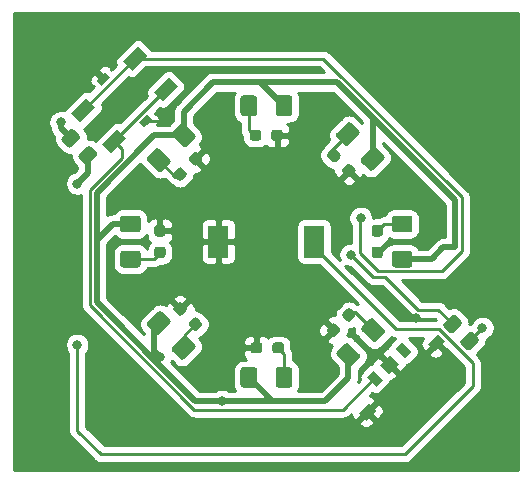
<source format=gbl>
G04 #@! TF.GenerationSoftware,KiCad,Pcbnew,5.1.10-88a1d61d58~90~ubuntu20.04.1*
G04 #@! TF.CreationDate,2021-11-23T17:05:44+00:00*
G04 #@! TF.ProjectId,LiPo-power,4c69506f-2d70-46f7-9765-722e6b696361,rev?*
G04 #@! TF.SameCoordinates,Original*
G04 #@! TF.FileFunction,Copper,L2,Bot*
G04 #@! TF.FilePolarity,Positive*
%FSLAX46Y46*%
G04 Gerber Fmt 4.6, Leading zero omitted, Abs format (unit mm)*
G04 Created by KiCad (PCBNEW 5.1.10-88a1d61d58~90~ubuntu20.04.1) date 2021-11-23 17:05:44*
%MOMM*%
%LPD*%
G01*
G04 APERTURE LIST*
G04 #@! TA.AperFunction,SMDPad,CuDef*
%ADD10C,0.100000*%
G04 #@! TD*
G04 #@! TA.AperFunction,SMDPad,CuDef*
%ADD11R,1.700000X2.700000*%
G04 #@! TD*
G04 #@! TA.AperFunction,ViaPad*
%ADD12C,0.800000*%
G04 #@! TD*
G04 #@! TA.AperFunction,Conductor*
%ADD13C,0.250000*%
G04 #@! TD*
G04 #@! TA.AperFunction,Conductor*
%ADD14C,0.500000*%
G04 #@! TD*
G04 #@! TA.AperFunction,Conductor*
%ADD15C,0.254000*%
G04 #@! TD*
G04 #@! TA.AperFunction,Conductor*
%ADD16C,0.100000*%
G04 #@! TD*
G04 APERTURE END LIST*
G04 #@! TA.AperFunction,SMDPad,CuDef*
G36*
G01*
X124175215Y-77611612D02*
X124811612Y-76975215D01*
G75*
G02*
X125165164Y-76975215I176776J-176776D01*
G01*
X125624785Y-77434836D01*
G75*
G02*
X125624785Y-77788388I-176776J-176776D01*
G01*
X124988388Y-78424785D01*
G75*
G02*
X124634836Y-78424785I-176776J176776D01*
G01*
X124175215Y-77965164D01*
G75*
G02*
X124175215Y-77611612I176776J176776D01*
G01*
G37*
G04 #@! TD.AperFunction*
G04 #@! TA.AperFunction,SMDPad,CuDef*
G36*
G01*
X122725647Y-76162044D02*
X123362044Y-75525647D01*
G75*
G02*
X123715596Y-75525647I176776J-176776D01*
G01*
X124175217Y-75985268D01*
G75*
G02*
X124175217Y-76338820I-176776J-176776D01*
G01*
X123538820Y-76975217D01*
G75*
G02*
X123185268Y-76975217I-176776J176776D01*
G01*
X122725647Y-76515596D01*
G75*
G02*
X122725647Y-76162044I176776J176776D01*
G01*
G37*
G04 #@! TD.AperFunction*
G04 #@! TA.AperFunction,SMDPad,CuDef*
G36*
G01*
X156499999Y-93336396D02*
X157136396Y-92699999D01*
G75*
G02*
X157489948Y-92699999I176776J-176776D01*
G01*
X157949569Y-93159620D01*
G75*
G02*
X157949569Y-93513172I-176776J-176776D01*
G01*
X157313172Y-94149569D01*
G75*
G02*
X156959620Y-94149569I-176776J176776D01*
G01*
X156499999Y-93689948D01*
G75*
G02*
X156499999Y-93336396I176776J176776D01*
G01*
G37*
G04 #@! TD.AperFunction*
G04 #@! TA.AperFunction,SMDPad,CuDef*
G36*
G01*
X155050431Y-91886828D02*
X155686828Y-91250431D01*
G75*
G02*
X156040380Y-91250431I176776J-176776D01*
G01*
X156500001Y-91710052D01*
G75*
G02*
X156500001Y-92063604I-176776J-176776D01*
G01*
X155863604Y-92700001D01*
G75*
G02*
X155510052Y-92700001I-176776J176776D01*
G01*
X155050431Y-92240380D01*
G75*
G02*
X155050431Y-91886828I176776J176776D01*
G01*
G37*
G04 #@! TD.AperFunction*
G04 #@! TA.AperFunction,SMDPad,CuDef*
D10*
G36*
X126797918Y-71090812D02*
G01*
X126090812Y-71797918D01*
X125666548Y-71373654D01*
X126373654Y-70666548D01*
X126797918Y-71090812D01*
G37*
G04 #@! TD.AperFunction*
G04 #@! TA.AperFunction,SMDPad,CuDef*
G36*
X130333452Y-74626346D02*
G01*
X129626346Y-75333452D01*
X129202082Y-74909188D01*
X129909188Y-74202082D01*
X130333452Y-74626346D01*
G37*
G04 #@! TD.AperFunction*
G04 #@! TA.AperFunction,SMDPad,CuDef*
G36*
X125525126Y-73636396D02*
G01*
X124252334Y-74909188D01*
X123474516Y-74131370D01*
X124747308Y-72858578D01*
X125525126Y-73636396D01*
G37*
G04 #@! TD.AperFunction*
G04 #@! TA.AperFunction,SMDPad,CuDef*
G36*
X128141422Y-76252692D02*
G01*
X126868630Y-77525484D01*
X126090812Y-76747666D01*
X127363604Y-75474874D01*
X128141422Y-76252692D01*
G37*
G04 #@! TD.AperFunction*
G04 #@! TA.AperFunction,SMDPad,CuDef*
G36*
X129909188Y-69252334D02*
G01*
X128636396Y-70525126D01*
X127858578Y-69747308D01*
X129131370Y-68474516D01*
X129909188Y-69252334D01*
G37*
G04 #@! TD.AperFunction*
G04 #@! TA.AperFunction,SMDPad,CuDef*
G36*
X132525484Y-71868630D02*
G01*
X131252692Y-73141422D01*
X130474874Y-72363604D01*
X131747666Y-71090812D01*
X132525484Y-71868630D01*
G37*
G04 #@! TD.AperFunction*
D11*
X144050000Y-85000000D03*
X135950000Y-85000000D03*
G04 #@! TA.AperFunction,SMDPad,CuDef*
G36*
G01*
X146222183Y-77886307D02*
X145886307Y-78222183D01*
G75*
G02*
X145550431Y-78222183I-167938J167938D01*
G01*
X145196877Y-77868629D01*
G75*
G02*
X145196877Y-77532753I167938J167938D01*
G01*
X145532753Y-77196877D01*
G75*
G02*
X145868629Y-77196877I167938J-167938D01*
G01*
X146222183Y-77550431D01*
G75*
G02*
X146222183Y-77886307I-167938J-167938D01*
G01*
G37*
G04 #@! TD.AperFunction*
G04 #@! TA.AperFunction,SMDPad,CuDef*
G36*
G01*
X147512653Y-79176777D02*
X147176777Y-79512653D01*
G75*
G02*
X146840901Y-79512653I-167938J167938D01*
G01*
X146487347Y-79159099D01*
G75*
G02*
X146487347Y-78823223I167938J167938D01*
G01*
X146823223Y-78487347D01*
G75*
G02*
X147159099Y-78487347I167938J-167938D01*
G01*
X147512653Y-78840901D01*
G75*
G02*
X147512653Y-79176777I-167938J-167938D01*
G01*
G37*
G04 #@! TD.AperFunction*
G04 #@! TA.AperFunction,SMDPad,CuDef*
G36*
G01*
X149637500Y-84575000D02*
X149162500Y-84575000D01*
G75*
G02*
X148925000Y-84337500I0J237500D01*
G01*
X148925000Y-83837500D01*
G75*
G02*
X149162500Y-83600000I237500J0D01*
G01*
X149637500Y-83600000D01*
G75*
G02*
X149875000Y-83837500I0J-237500D01*
G01*
X149875000Y-84337500D01*
G75*
G02*
X149637500Y-84575000I-237500J0D01*
G01*
G37*
G04 #@! TD.AperFunction*
G04 #@! TA.AperFunction,SMDPad,CuDef*
G36*
G01*
X149637500Y-86400000D02*
X149162500Y-86400000D01*
G75*
G02*
X148925000Y-86162500I0J237500D01*
G01*
X148925000Y-85662500D01*
G75*
G02*
X149162500Y-85425000I237500J0D01*
G01*
X149637500Y-85425000D01*
G75*
G02*
X149875000Y-85662500I0J-237500D01*
G01*
X149875000Y-86162500D01*
G75*
G02*
X149637500Y-86400000I-237500J0D01*
G01*
G37*
G04 #@! TD.AperFunction*
G04 #@! TA.AperFunction,SMDPad,CuDef*
G36*
G01*
X146823223Y-91722183D02*
X146487347Y-91386307D01*
G75*
G02*
X146487347Y-91050431I167938J167938D01*
G01*
X146840901Y-90696877D01*
G75*
G02*
X147176777Y-90696877I167938J-167938D01*
G01*
X147512653Y-91032753D01*
G75*
G02*
X147512653Y-91368629I-167938J-167938D01*
G01*
X147159099Y-91722183D01*
G75*
G02*
X146823223Y-91722183I-167938J167938D01*
G01*
G37*
G04 #@! TD.AperFunction*
G04 #@! TA.AperFunction,SMDPad,CuDef*
G36*
G01*
X145532753Y-93012653D02*
X145196877Y-92676777D01*
G75*
G02*
X145196877Y-92340901I167938J167938D01*
G01*
X145550431Y-91987347D01*
G75*
G02*
X145886307Y-91987347I167938J-167938D01*
G01*
X146222183Y-92323223D01*
G75*
G02*
X146222183Y-92659099I-167938J-167938D01*
G01*
X145868629Y-93012653D01*
G75*
G02*
X145532753Y-93012653I-167938J167938D01*
G01*
G37*
G04 #@! TD.AperFunction*
G04 #@! TA.AperFunction,SMDPad,CuDef*
G36*
G01*
X140512500Y-94237500D02*
X140512500Y-93762500D01*
G75*
G02*
X140750000Y-93525000I237500J0D01*
G01*
X141250000Y-93525000D01*
G75*
G02*
X141487500Y-93762500I0J-237500D01*
G01*
X141487500Y-94237500D01*
G75*
G02*
X141250000Y-94475000I-237500J0D01*
G01*
X140750000Y-94475000D01*
G75*
G02*
X140512500Y-94237500I0J237500D01*
G01*
G37*
G04 #@! TD.AperFunction*
G04 #@! TA.AperFunction,SMDPad,CuDef*
G36*
G01*
X138687500Y-94237500D02*
X138687500Y-93762500D01*
G75*
G02*
X138925000Y-93525000I237500J0D01*
G01*
X139425000Y-93525000D01*
G75*
G02*
X139662500Y-93762500I0J-237500D01*
G01*
X139662500Y-94237500D01*
G75*
G02*
X139425000Y-94475000I-237500J0D01*
G01*
X138925000Y-94475000D01*
G75*
G02*
X138687500Y-94237500I0J237500D01*
G01*
G37*
G04 #@! TD.AperFunction*
G04 #@! TA.AperFunction,SMDPad,CuDef*
G36*
G01*
X133487347Y-91823223D02*
X133823223Y-91487347D01*
G75*
G02*
X134159099Y-91487347I167938J-167938D01*
G01*
X134512653Y-91840901D01*
G75*
G02*
X134512653Y-92176777I-167938J-167938D01*
G01*
X134176777Y-92512653D01*
G75*
G02*
X133840901Y-92512653I-167938J167938D01*
G01*
X133487347Y-92159099D01*
G75*
G02*
X133487347Y-91823223I167938J167938D01*
G01*
G37*
G04 #@! TD.AperFunction*
G04 #@! TA.AperFunction,SMDPad,CuDef*
G36*
G01*
X132196877Y-90532753D02*
X132532753Y-90196877D01*
G75*
G02*
X132868629Y-90196877I167938J-167938D01*
G01*
X133222183Y-90550431D01*
G75*
G02*
X133222183Y-90886307I-167938J-167938D01*
G01*
X132886307Y-91222183D01*
G75*
G02*
X132550431Y-91222183I-167938J167938D01*
G01*
X132196877Y-90868629D01*
G75*
G02*
X132196877Y-90532753I167938J167938D01*
G01*
G37*
G04 #@! TD.AperFunction*
G04 #@! TA.AperFunction,SMDPad,CuDef*
G36*
G01*
X130762500Y-85425000D02*
X131237500Y-85425000D01*
G75*
G02*
X131475000Y-85662500I0J-237500D01*
G01*
X131475000Y-86162500D01*
G75*
G02*
X131237500Y-86400000I-237500J0D01*
G01*
X130762500Y-86400000D01*
G75*
G02*
X130525000Y-86162500I0J237500D01*
G01*
X130525000Y-85662500D01*
G75*
G02*
X130762500Y-85425000I237500J0D01*
G01*
G37*
G04 #@! TD.AperFunction*
G04 #@! TA.AperFunction,SMDPad,CuDef*
G36*
G01*
X130762500Y-83600000D02*
X131237500Y-83600000D01*
G75*
G02*
X131475000Y-83837500I0J-237500D01*
G01*
X131475000Y-84337500D01*
G75*
G02*
X131237500Y-84575000I-237500J0D01*
G01*
X130762500Y-84575000D01*
G75*
G02*
X130525000Y-84337500I0J237500D01*
G01*
X130525000Y-83837500D01*
G75*
G02*
X130762500Y-83600000I237500J0D01*
G01*
G37*
G04 #@! TD.AperFunction*
G04 #@! TA.AperFunction,SMDPad,CuDef*
G36*
G01*
X132886307Y-78777817D02*
X133222183Y-79113693D01*
G75*
G02*
X133222183Y-79449569I-167938J-167938D01*
G01*
X132868629Y-79803123D01*
G75*
G02*
X132532753Y-79803123I-167938J167938D01*
G01*
X132196877Y-79467247D01*
G75*
G02*
X132196877Y-79131371I167938J167938D01*
G01*
X132550431Y-78777817D01*
G75*
G02*
X132886307Y-78777817I167938J-167938D01*
G01*
G37*
G04 #@! TD.AperFunction*
G04 #@! TA.AperFunction,SMDPad,CuDef*
G36*
G01*
X134176777Y-77487347D02*
X134512653Y-77823223D01*
G75*
G02*
X134512653Y-78159099I-167938J-167938D01*
G01*
X134159099Y-78512653D01*
G75*
G02*
X133823223Y-78512653I-167938J167938D01*
G01*
X133487347Y-78176777D01*
G75*
G02*
X133487347Y-77840901I167938J167938D01*
G01*
X133840901Y-77487347D01*
G75*
G02*
X134176777Y-77487347I167938J-167938D01*
G01*
G37*
G04 #@! TD.AperFunction*
G04 #@! TA.AperFunction,SMDPad,CuDef*
G36*
G01*
X139575000Y-75762500D02*
X139575000Y-76237500D01*
G75*
G02*
X139337500Y-76475000I-237500J0D01*
G01*
X138837500Y-76475000D01*
G75*
G02*
X138600000Y-76237500I0J237500D01*
G01*
X138600000Y-75762500D01*
G75*
G02*
X138837500Y-75525000I237500J0D01*
G01*
X139337500Y-75525000D01*
G75*
G02*
X139575000Y-75762500I0J-237500D01*
G01*
G37*
G04 #@! TD.AperFunction*
G04 #@! TA.AperFunction,SMDPad,CuDef*
G36*
G01*
X141400000Y-75762500D02*
X141400000Y-76237500D01*
G75*
G02*
X141162500Y-76475000I-237500J0D01*
G01*
X140662500Y-76475000D01*
G75*
G02*
X140425000Y-76237500I0J237500D01*
G01*
X140425000Y-75762500D01*
G75*
G02*
X140662500Y-75525000I237500J0D01*
G01*
X141162500Y-75525000D01*
G75*
G02*
X141400000Y-75762500I0J-237500D01*
G01*
G37*
G04 #@! TD.AperFunction*
G04 #@! TA.AperFunction,SMDPad,CuDef*
G36*
G01*
X148054244Y-77938128D02*
X148938128Y-77054244D01*
G75*
G02*
X149291682Y-77054244I176777J-176777D01*
G01*
X149945756Y-77708318D01*
G75*
G02*
X149945756Y-78061872I-176777J-176777D01*
G01*
X149061872Y-78945756D01*
G75*
G02*
X148708318Y-78945756I-176777J176777D01*
G01*
X148054244Y-78291682D01*
G75*
G02*
X148054244Y-77938128I176777J176777D01*
G01*
G37*
G04 #@! TD.AperFunction*
G04 #@! TA.AperFunction,SMDPad,CuDef*
G36*
G01*
X145950602Y-75834486D02*
X146834486Y-74950602D01*
G75*
G02*
X147188040Y-74950602I176777J-176777D01*
G01*
X147842114Y-75604676D01*
G75*
G02*
X147842114Y-75958230I-176777J-176777D01*
G01*
X146958230Y-76842114D01*
G75*
G02*
X146604676Y-76842114I-176777J176777D01*
G01*
X145950602Y-76188040D01*
G75*
G02*
X145950602Y-75834486I176777J176777D01*
G01*
G37*
G04 #@! TD.AperFunction*
G04 #@! TA.AperFunction,SMDPad,CuDef*
G36*
G01*
X150875000Y-85775000D02*
X152125000Y-85775000D01*
G75*
G02*
X152375000Y-86025000I0J-250000D01*
G01*
X152375000Y-86950000D01*
G75*
G02*
X152125000Y-87200000I-250000J0D01*
G01*
X150875000Y-87200000D01*
G75*
G02*
X150625000Y-86950000I0J250000D01*
G01*
X150625000Y-86025000D01*
G75*
G02*
X150875000Y-85775000I250000J0D01*
G01*
G37*
G04 #@! TD.AperFunction*
G04 #@! TA.AperFunction,SMDPad,CuDef*
G36*
G01*
X150875000Y-82800000D02*
X152125000Y-82800000D01*
G75*
G02*
X152375000Y-83050000I0J-250000D01*
G01*
X152375000Y-83975000D01*
G75*
G02*
X152125000Y-84225000I-250000J0D01*
G01*
X150875000Y-84225000D01*
G75*
G02*
X150625000Y-83975000I0J250000D01*
G01*
X150625000Y-83050000D01*
G75*
G02*
X150875000Y-82800000I250000J0D01*
G01*
G37*
G04 #@! TD.AperFunction*
G04 #@! TA.AperFunction,SMDPad,CuDef*
G36*
G01*
X147010051Y-93657886D02*
X147893935Y-94541770D01*
G75*
G02*
X147893935Y-94895324I-176777J-176777D01*
G01*
X147239861Y-95549398D01*
G75*
G02*
X146886307Y-95549398I-176777J176777D01*
G01*
X146002423Y-94665514D01*
G75*
G02*
X146002423Y-94311960I176777J176777D01*
G01*
X146656497Y-93657886D01*
G75*
G02*
X147010051Y-93657886I176777J-176777D01*
G01*
G37*
G04 #@! TD.AperFunction*
G04 #@! TA.AperFunction,SMDPad,CuDef*
G36*
G01*
X149113693Y-91554244D02*
X149997577Y-92438128D01*
G75*
G02*
X149997577Y-92791682I-176777J-176777D01*
G01*
X149343503Y-93445756D01*
G75*
G02*
X148989949Y-93445756I-176777J176777D01*
G01*
X148106065Y-92561872D01*
G75*
G02*
X148106065Y-92208318I176777J176777D01*
G01*
X148760139Y-91554244D01*
G75*
G02*
X149113693Y-91554244I176777J-176777D01*
G01*
G37*
G04 #@! TD.AperFunction*
G04 #@! TA.AperFunction,SMDPad,CuDef*
G36*
G01*
X139237500Y-95875000D02*
X139237500Y-97125000D01*
G75*
G02*
X138987500Y-97375000I-250000J0D01*
G01*
X138062500Y-97375000D01*
G75*
G02*
X137812500Y-97125000I0J250000D01*
G01*
X137812500Y-95875000D01*
G75*
G02*
X138062500Y-95625000I250000J0D01*
G01*
X138987500Y-95625000D01*
G75*
G02*
X139237500Y-95875000I0J-250000D01*
G01*
G37*
G04 #@! TD.AperFunction*
G04 #@! TA.AperFunction,SMDPad,CuDef*
G36*
G01*
X142212500Y-95875000D02*
X142212500Y-97125000D01*
G75*
G02*
X141962500Y-97375000I-250000J0D01*
G01*
X141037500Y-97375000D01*
G75*
G02*
X140787500Y-97125000I0J250000D01*
G01*
X140787500Y-95875000D01*
G75*
G02*
X141037500Y-95625000I250000J0D01*
G01*
X141962500Y-95625000D01*
G75*
G02*
X142212500Y-95875000I0J-250000D01*
G01*
G37*
G04 #@! TD.AperFunction*
G04 #@! TA.AperFunction,SMDPad,CuDef*
G36*
G01*
X131842114Y-91958230D02*
X130958230Y-92842114D01*
G75*
G02*
X130604676Y-92842114I-176777J176777D01*
G01*
X129950602Y-92188040D01*
G75*
G02*
X129950602Y-91834486I176777J176777D01*
G01*
X130834486Y-90950602D01*
G75*
G02*
X131188040Y-90950602I176777J-176777D01*
G01*
X131842114Y-91604676D01*
G75*
G02*
X131842114Y-91958230I-176777J-176777D01*
G01*
G37*
G04 #@! TD.AperFunction*
G04 #@! TA.AperFunction,SMDPad,CuDef*
G36*
G01*
X133945756Y-94061872D02*
X133061872Y-94945756D01*
G75*
G02*
X132708318Y-94945756I-176777J176777D01*
G01*
X132054244Y-94291682D01*
G75*
G02*
X132054244Y-93938128I176777J176777D01*
G01*
X132938128Y-93054244D01*
G75*
G02*
X133291682Y-93054244I176777J-176777D01*
G01*
X133945756Y-93708318D01*
G75*
G02*
X133945756Y-94061872I-176777J-176777D01*
G01*
G37*
G04 #@! TD.AperFunction*
G04 #@! TA.AperFunction,SMDPad,CuDef*
G36*
G01*
X129125000Y-84225000D02*
X127875000Y-84225000D01*
G75*
G02*
X127625000Y-83975000I0J250000D01*
G01*
X127625000Y-83050000D01*
G75*
G02*
X127875000Y-82800000I250000J0D01*
G01*
X129125000Y-82800000D01*
G75*
G02*
X129375000Y-83050000I0J-250000D01*
G01*
X129375000Y-83975000D01*
G75*
G02*
X129125000Y-84225000I-250000J0D01*
G01*
G37*
G04 #@! TD.AperFunction*
G04 #@! TA.AperFunction,SMDPad,CuDef*
G36*
G01*
X129125000Y-87200000D02*
X127875000Y-87200000D01*
G75*
G02*
X127625000Y-86950000I0J250000D01*
G01*
X127625000Y-86025000D01*
G75*
G02*
X127875000Y-85775000I250000J0D01*
G01*
X129125000Y-85775000D01*
G75*
G02*
X129375000Y-86025000I0J-250000D01*
G01*
X129375000Y-86950000D01*
G75*
G02*
X129125000Y-87200000I-250000J0D01*
G01*
G37*
G04 #@! TD.AperFunction*
G04 #@! TA.AperFunction,SMDPad,CuDef*
G36*
G01*
X132938128Y-76945756D02*
X132054244Y-76061872D01*
G75*
G02*
X132054244Y-75708318I176777J176777D01*
G01*
X132708318Y-75054244D01*
G75*
G02*
X133061872Y-75054244I176777J-176777D01*
G01*
X133945756Y-75938128D01*
G75*
G02*
X133945756Y-76291682I-176777J-176777D01*
G01*
X133291682Y-76945756D01*
G75*
G02*
X132938128Y-76945756I-176777J176777D01*
G01*
G37*
G04 #@! TD.AperFunction*
G04 #@! TA.AperFunction,SMDPad,CuDef*
G36*
G01*
X130834486Y-79049398D02*
X129950602Y-78165514D01*
G75*
G02*
X129950602Y-77811960I176777J176777D01*
G01*
X130604676Y-77157886D01*
G75*
G02*
X130958230Y-77157886I176777J-176777D01*
G01*
X131842114Y-78041770D01*
G75*
G02*
X131842114Y-78395324I-176777J-176777D01*
G01*
X131188040Y-79049398D01*
G75*
G02*
X130834486Y-79049398I-176777J176777D01*
G01*
G37*
G04 #@! TD.AperFunction*
G04 #@! TA.AperFunction,SMDPad,CuDef*
G36*
G01*
X140787500Y-74125000D02*
X140787500Y-72875000D01*
G75*
G02*
X141037500Y-72625000I250000J0D01*
G01*
X141962500Y-72625000D01*
G75*
G02*
X142212500Y-72875000I0J-250000D01*
G01*
X142212500Y-74125000D01*
G75*
G02*
X141962500Y-74375000I-250000J0D01*
G01*
X141037500Y-74375000D01*
G75*
G02*
X140787500Y-74125000I0J250000D01*
G01*
G37*
G04 #@! TD.AperFunction*
G04 #@! TA.AperFunction,SMDPad,CuDef*
G36*
G01*
X137812500Y-74125000D02*
X137812500Y-72875000D01*
G75*
G02*
X138062500Y-72625000I250000J0D01*
G01*
X138987500Y-72625000D01*
G75*
G02*
X139237500Y-72875000I0J-250000D01*
G01*
X139237500Y-74125000D01*
G75*
G02*
X138987500Y-74375000I-250000J0D01*
G01*
X138062500Y-74375000D01*
G75*
G02*
X137812500Y-74125000I0J250000D01*
G01*
G37*
G04 #@! TD.AperFunction*
G04 #@! TA.AperFunction,SMDPad,CuDef*
D10*
G36*
X148671573Y-98692031D02*
G01*
X149307969Y-99328427D01*
X148459441Y-100176955D01*
X147823045Y-99540559D01*
X148671573Y-98692031D01*
G37*
G04 #@! TD.AperFunction*
G04 #@! TA.AperFunction,SMDPad,CuDef*
G36*
X154540559Y-92823045D02*
G01*
X155176955Y-93459441D01*
X154328427Y-94307969D01*
X153692031Y-93671573D01*
X154540559Y-92823045D01*
G37*
G04 #@! TD.AperFunction*
G04 #@! TA.AperFunction,SMDPad,CuDef*
G36*
X149095837Y-95934315D02*
G01*
X149873654Y-96712132D01*
X149307969Y-97277817D01*
X148530152Y-96500000D01*
X149095837Y-95934315D01*
G37*
G04 #@! TD.AperFunction*
G04 #@! TA.AperFunction,SMDPad,CuDef*
G36*
X150439339Y-94590811D02*
G01*
X151217157Y-95368629D01*
X150368629Y-96217157D01*
X149590811Y-95439339D01*
X150439339Y-94590811D01*
G37*
G04 #@! TD.AperFunction*
G04 #@! TA.AperFunction,SMDPad,CuDef*
G36*
X151500000Y-93530152D02*
G01*
X152277817Y-94307969D01*
X151712132Y-94873654D01*
X150934315Y-94095837D01*
X151500000Y-93530152D01*
G37*
G04 #@! TD.AperFunction*
D12*
X155000000Y-71500000D03*
X127000000Y-101000000D03*
X147250000Y-101250000D03*
X124250000Y-70750000D03*
X136000000Y-89750000D03*
X140500000Y-80500000D03*
X123250000Y-86500000D03*
X150200000Y-89600000D03*
X152700000Y-91500000D03*
X133600000Y-71100000D03*
X124000000Y-80100000D03*
X148000000Y-83000000D03*
X158300000Y-92300000D03*
X124000000Y-93750000D03*
X131000000Y-94800000D03*
X136250000Y-98500000D03*
X147139951Y-86114646D03*
X122600000Y-74900000D03*
D13*
X129767767Y-74767767D02*
X130982233Y-74767767D01*
X130982233Y-74767767D02*
X131500000Y-74250000D01*
D14*
X149400000Y-85912500D02*
X149587500Y-85912500D01*
X149587500Y-85912500D02*
X150500000Y-85000000D01*
X124900000Y-79200000D02*
X124000000Y-80100000D01*
X124900000Y-77700000D02*
X124900000Y-79200000D01*
D13*
X147900000Y-83100000D02*
X148000000Y-83000000D01*
X147900000Y-86000000D02*
X147900000Y-83100000D01*
X154875680Y-87525010D02*
X149425010Y-87525010D01*
X156575010Y-85825680D02*
X154875680Y-87525010D01*
X156575010Y-81261824D02*
X156575010Y-85825680D01*
X144813186Y-69500000D02*
X156575010Y-81261824D01*
X149425010Y-87525010D02*
X147900000Y-86000000D01*
X128883704Y-69500000D02*
X144813186Y-69500000D01*
X124499821Y-73883883D02*
X128883704Y-69500000D01*
X131500179Y-72116117D02*
X127116296Y-76500000D01*
X133911815Y-99225001D02*
X146524999Y-99225001D01*
X125065792Y-90378978D02*
X133911815Y-99225001D01*
X146524999Y-99225001D02*
X149250000Y-96500000D01*
X127116117Y-76500179D02*
X127800000Y-77184062D01*
X127800000Y-77886814D02*
X125065794Y-80621020D01*
X127800000Y-77184062D02*
X127800000Y-77886814D01*
X125065794Y-81165790D02*
X125065792Y-81165792D01*
X125065794Y-80621020D02*
X125065794Y-81165790D01*
X125065792Y-81165792D02*
X125065792Y-90378978D01*
X157224784Y-93375216D02*
X158300000Y-92300000D01*
X157224784Y-93424784D02*
X157224784Y-93375216D01*
X138525000Y-73500000D02*
X138525000Y-75525000D01*
X138525000Y-75525000D02*
X139000000Y-76000000D01*
X130896358Y-78103642D02*
X132292716Y-79500000D01*
X132292716Y-79500000D02*
X132500000Y-79500000D01*
X132500000Y-79500000D02*
X132500000Y-79000000D01*
X128500000Y-86487500D02*
X130512500Y-86487500D01*
X130512500Y-86487500D02*
X131000000Y-86000000D01*
X133000000Y-94000000D02*
X133000000Y-93000000D01*
X133000000Y-93000000D02*
X134000000Y-92000000D01*
X141500000Y-96500000D02*
X141500000Y-94500000D01*
X141500000Y-94500000D02*
X141000000Y-94000000D01*
X149051821Y-92500000D02*
X147551821Y-91000000D01*
X147551821Y-91000000D02*
X147000000Y-91000000D01*
X151987500Y-83512500D02*
X151500000Y-84000000D01*
X149975000Y-83512500D02*
X149400000Y-84087500D01*
X151500000Y-83512500D02*
X149975000Y-83512500D01*
X145792716Y-77292716D02*
X145500000Y-77585432D01*
X145500000Y-77585432D02*
X145500000Y-78000000D01*
X146896358Y-75896358D02*
X145500000Y-77292716D01*
X145500000Y-77292716D02*
X145500000Y-77500000D01*
X145500000Y-77500000D02*
X146000000Y-77500000D01*
X124000000Y-93750000D02*
X124000000Y-93750000D01*
X157500000Y-95322850D02*
X157500000Y-97250000D01*
X144050000Y-85000000D02*
X144050000Y-85500000D01*
X124000000Y-94315685D02*
X124000000Y-93750000D01*
X124000000Y-101000000D02*
X124000000Y-94315685D01*
X157500000Y-97250000D02*
X151750000Y-103000000D01*
X150975227Y-92425227D02*
X154602377Y-92425227D01*
X151750000Y-103000000D02*
X126000000Y-103000000D01*
X126000000Y-103000000D02*
X124000000Y-101000000D01*
X144050000Y-85500000D02*
X150975227Y-92425227D01*
X154602377Y-92425227D02*
X157500000Y-95322850D01*
X151500000Y-85912500D02*
X151112500Y-85912500D01*
D14*
X146948179Y-94603642D02*
X146948179Y-96551821D01*
X146948179Y-96551821D02*
X145000000Y-98500000D01*
X145000000Y-98500000D02*
X140500000Y-98500000D01*
X138500000Y-96500000D02*
X140500000Y-98500000D01*
X134000000Y-98500000D02*
X130500000Y-95000000D01*
X125640802Y-90140802D02*
X127000000Y-91500000D01*
X127000000Y-91500000D02*
X130500000Y-95000000D01*
X125640802Y-84859198D02*
X125640802Y-90140802D01*
X127000000Y-83500000D02*
X125640802Y-84859198D01*
X128500000Y-83500000D02*
X127000000Y-83500000D01*
X125640802Y-84859198D02*
X125640802Y-80859198D01*
X125640802Y-80859198D02*
X130000000Y-76500000D01*
X130000000Y-76500000D02*
X130500000Y-76000000D01*
X130500000Y-76000000D02*
X133000000Y-76000000D01*
X133000000Y-76000000D02*
X133000000Y-74000000D01*
X133000000Y-74000000D02*
X135500000Y-71500000D01*
X135500000Y-71500000D02*
X139500000Y-71500000D01*
X141500000Y-73500000D02*
X139500000Y-71500000D01*
X139500000Y-71500000D02*
X146000000Y-71500000D01*
X146000000Y-71500000D02*
X149000000Y-74500000D01*
X149000000Y-78000000D02*
X149000000Y-74500000D01*
X149000000Y-74500000D02*
X156000000Y-81500000D01*
X156000000Y-81500000D02*
X156000000Y-85500000D01*
X155000000Y-85500000D02*
X156000000Y-85500000D01*
X154000000Y-86500000D02*
X155000000Y-85500000D01*
X130500000Y-94300000D02*
X130500000Y-94000000D01*
X131000000Y-94800000D02*
X130500000Y-94300000D01*
X130500000Y-94000000D02*
X130500000Y-95000000D01*
X130500000Y-92500000D02*
X130500000Y-94000000D01*
X136250000Y-98500000D02*
X134000000Y-98500000D01*
X140500000Y-98500000D02*
X136250000Y-98500000D01*
X151512500Y-86500000D02*
X151500000Y-86487500D01*
X154000000Y-86500000D02*
X151512500Y-86500000D01*
D13*
X150084428Y-87975021D02*
X149000326Y-87975021D01*
X155775216Y-91975216D02*
X154574999Y-90774999D01*
X154574999Y-90774999D02*
X152884406Y-90774999D01*
X152884406Y-90774999D02*
X150084428Y-87975021D01*
X149000326Y-87975021D02*
X147139951Y-86114646D01*
D14*
X122600000Y-75400000D02*
X123450432Y-76250432D01*
X122600000Y-74900000D02*
X122600000Y-75400000D01*
D15*
X161340001Y-104340000D02*
X118660000Y-104340000D01*
X118660000Y-74798061D01*
X121565000Y-74798061D01*
X121565000Y-75001939D01*
X121604774Y-75201898D01*
X121682795Y-75390256D01*
X121714421Y-75437587D01*
X121715000Y-75443469D01*
X121715000Y-75443477D01*
X121727805Y-75573490D01*
X121778411Y-75740313D01*
X121844518Y-75863990D01*
X121860590Y-75894059D01*
X121943468Y-75995046D01*
X121943471Y-75995049D01*
X121971184Y-76028817D01*
X122004951Y-76056529D01*
X122050634Y-76102212D01*
X122031416Y-76165566D01*
X122014352Y-76338820D01*
X122031416Y-76512074D01*
X122081952Y-76678670D01*
X122164019Y-76832206D01*
X122274462Y-76966781D01*
X122734083Y-77426402D01*
X122868658Y-77536845D01*
X123022194Y-77618912D01*
X123188790Y-77669448D01*
X123362044Y-77686512D01*
X123475050Y-77675382D01*
X123463920Y-77788388D01*
X123480984Y-77961642D01*
X123531520Y-78128238D01*
X123613587Y-78281774D01*
X123724030Y-78416349D01*
X124015001Y-78707320D01*
X124015001Y-78833421D01*
X123754957Y-79093465D01*
X123698102Y-79104774D01*
X123509744Y-79182795D01*
X123340226Y-79296063D01*
X123196063Y-79440226D01*
X123082795Y-79609744D01*
X123004774Y-79798102D01*
X122965000Y-79998061D01*
X122965000Y-80201939D01*
X123004774Y-80401898D01*
X123082795Y-80590256D01*
X123196063Y-80759774D01*
X123340226Y-80903937D01*
X123509744Y-81017205D01*
X123698102Y-81095226D01*
X123898061Y-81135000D01*
X124101939Y-81135000D01*
X124301898Y-81095226D01*
X124305794Y-81093612D01*
X124305794Y-81128440D01*
X124305792Y-81128460D01*
X124305792Y-81128470D01*
X124302116Y-81165792D01*
X124305792Y-81203114D01*
X124305793Y-90341646D01*
X124302116Y-90378978D01*
X124316790Y-90527963D01*
X124360246Y-90671224D01*
X124430818Y-90803254D01*
X124501300Y-90889135D01*
X124525792Y-90918979D01*
X124554790Y-90942777D01*
X133348016Y-99736004D01*
X133371814Y-99765002D01*
X133487539Y-99859975D01*
X133619568Y-99930547D01*
X133762829Y-99974004D01*
X133874482Y-99985001D01*
X133874490Y-99985001D01*
X133911815Y-99988677D01*
X133949140Y-99985001D01*
X146487677Y-99985001D01*
X146524999Y-99988677D01*
X146562321Y-99985001D01*
X146562332Y-99985001D01*
X146673985Y-99974004D01*
X146817246Y-99930547D01*
X146949275Y-99859975D01*
X147065000Y-99765002D01*
X147088803Y-99735998D01*
X147193873Y-99630928D01*
X147197233Y-99665040D01*
X147233543Y-99784739D01*
X147292507Y-99895053D01*
X147371860Y-99991744D01*
X147490174Y-100105714D01*
X147714681Y-100105714D01*
X148385902Y-99434493D01*
X148745112Y-99434493D01*
X149310267Y-99999648D01*
X149534774Y-99999648D01*
X149759154Y-99779612D01*
X149838507Y-99682921D01*
X149897471Y-99572607D01*
X149933781Y-99452908D01*
X149946041Y-99328427D01*
X149933781Y-99203946D01*
X149897471Y-99084247D01*
X149838507Y-98973933D01*
X149759154Y-98877242D01*
X149640840Y-98763272D01*
X149416333Y-98763272D01*
X148745112Y-99434493D01*
X148385902Y-99434493D01*
X148371760Y-99420351D01*
X148551365Y-99240746D01*
X148565507Y-99254888D01*
X149236728Y-98583667D01*
X149236728Y-98359160D01*
X149122758Y-98240846D01*
X149026067Y-98161493D01*
X148915753Y-98102529D01*
X148796054Y-98066219D01*
X148761942Y-98062859D01*
X148994512Y-97830289D01*
X149063789Y-97867319D01*
X149183487Y-97903629D01*
X149307969Y-97915889D01*
X149432451Y-97903629D01*
X149552149Y-97867319D01*
X149662463Y-97808354D01*
X149759154Y-97729002D01*
X150324839Y-97163317D01*
X150404191Y-97066626D01*
X150463156Y-96956312D01*
X150497987Y-96841489D01*
X150612808Y-96806659D01*
X150723123Y-96747695D01*
X150819814Y-96668342D01*
X151039850Y-96443961D01*
X151039850Y-96219455D01*
X150403984Y-95583589D01*
X150389842Y-95597732D01*
X150210237Y-95418127D01*
X150224379Y-95403984D01*
X149588513Y-94768118D01*
X149364007Y-94768118D01*
X149139626Y-94988154D01*
X149060273Y-95084845D01*
X149001309Y-95195160D01*
X148966479Y-95309982D01*
X148851657Y-95344813D01*
X148741343Y-95403778D01*
X148644652Y-95483130D01*
X148078967Y-96048815D01*
X147999615Y-96145506D01*
X147940650Y-96255820D01*
X147904340Y-96375518D01*
X147892080Y-96500000D01*
X147904340Y-96624482D01*
X147938408Y-96736790D01*
X147754500Y-96920698D01*
X147769768Y-96892134D01*
X147820374Y-96725311D01*
X147833179Y-96595298D01*
X147833179Y-96595288D01*
X147837460Y-96551822D01*
X147833179Y-96508356D01*
X147833179Y-95858450D01*
X148345120Y-95346509D01*
X148455563Y-95211933D01*
X148537630Y-95058397D01*
X148588166Y-94891801D01*
X148605230Y-94718547D01*
X148588166Y-94545293D01*
X148537630Y-94378697D01*
X148455563Y-94225161D01*
X148345120Y-94090585D01*
X147461236Y-93206701D01*
X147326660Y-93096258D01*
X147173124Y-93014191D01*
X147006528Y-92963655D01*
X146836592Y-92946918D01*
X146841305Y-92942346D01*
X146920658Y-92845655D01*
X146979622Y-92735341D01*
X147015932Y-92615642D01*
X147028192Y-92491161D01*
X147021853Y-92426794D01*
X147161977Y-92412993D01*
X147326228Y-92363168D01*
X147400858Y-92323277D01*
X147394770Y-92385095D01*
X147411834Y-92558349D01*
X147462370Y-92724945D01*
X147544437Y-92878481D01*
X147654880Y-93013057D01*
X148538764Y-93896941D01*
X148673340Y-94007384D01*
X148826876Y-94089451D01*
X148993472Y-94139987D01*
X149166726Y-94157051D01*
X149339980Y-94139987D01*
X149506576Y-94089451D01*
X149660112Y-94007384D01*
X149794688Y-93896941D01*
X150448762Y-93242867D01*
X150559205Y-93108291D01*
X150577363Y-93074319D01*
X150645460Y-93110718D01*
X150682980Y-93130773D01*
X150826241Y-93174230D01*
X150937894Y-93185227D01*
X150937904Y-93185227D01*
X150942138Y-93185644D01*
X150483130Y-93644652D01*
X150403778Y-93741343D01*
X150344813Y-93851657D01*
X150309982Y-93966479D01*
X150195160Y-94001309D01*
X150084845Y-94060273D01*
X149988154Y-94139626D01*
X149768118Y-94364007D01*
X149768118Y-94588513D01*
X150403984Y-95224379D01*
X150418127Y-95210237D01*
X150597732Y-95389842D01*
X150583589Y-95403984D01*
X151219455Y-96039850D01*
X151443961Y-96039850D01*
X151668342Y-95819814D01*
X151747695Y-95723123D01*
X151806659Y-95612808D01*
X151841489Y-95497987D01*
X151956312Y-95463156D01*
X152066626Y-95404191D01*
X152163317Y-95324839D01*
X152729002Y-94759154D01*
X152808354Y-94662463D01*
X152867319Y-94552149D01*
X152903629Y-94432451D01*
X152905216Y-94416333D01*
X153763272Y-94416333D01*
X153763272Y-94640840D01*
X153877242Y-94759154D01*
X153973933Y-94838507D01*
X154084247Y-94897471D01*
X154203946Y-94933781D01*
X154328427Y-94946041D01*
X154452908Y-94933781D01*
X154572607Y-94897471D01*
X154682921Y-94838507D01*
X154779612Y-94759154D01*
X154999648Y-94534774D01*
X154999648Y-94310267D01*
X154434493Y-93745112D01*
X153763272Y-94416333D01*
X152905216Y-94416333D01*
X152915889Y-94307969D01*
X152903629Y-94183487D01*
X152867319Y-94063789D01*
X152808354Y-93953475D01*
X152729002Y-93856784D01*
X152057445Y-93185227D01*
X153276701Y-93185227D01*
X153240846Y-93220388D01*
X153161493Y-93317079D01*
X153102529Y-93427393D01*
X153066219Y-93547092D01*
X153053959Y-93671573D01*
X153066219Y-93796054D01*
X153102529Y-93915753D01*
X153161493Y-94026067D01*
X153240846Y-94122758D01*
X153359160Y-94236728D01*
X153583667Y-94236728D01*
X154254888Y-93565507D01*
X154240746Y-93551365D01*
X154420351Y-93371760D01*
X154434493Y-93385902D01*
X154448636Y-93371760D01*
X154628241Y-93551365D01*
X154614098Y-93565507D01*
X155179253Y-94130662D01*
X155233011Y-94130662D01*
X156740000Y-95637652D01*
X156740001Y-96935197D01*
X151435199Y-102240000D01*
X126314802Y-102240000D01*
X124760000Y-100685199D01*
X124760000Y-100285319D01*
X147894286Y-100285319D01*
X147894286Y-100509826D01*
X148008256Y-100628140D01*
X148104947Y-100707493D01*
X148215261Y-100766457D01*
X148334960Y-100802767D01*
X148459441Y-100815027D01*
X148583922Y-100802767D01*
X148703621Y-100766457D01*
X148813935Y-100707493D01*
X148910626Y-100628140D01*
X149130662Y-100403760D01*
X149130662Y-100179253D01*
X148565507Y-99614098D01*
X147894286Y-100285319D01*
X124760000Y-100285319D01*
X124760000Y-94453711D01*
X124803937Y-94409774D01*
X124917205Y-94240256D01*
X124995226Y-94051898D01*
X125035000Y-93851939D01*
X125035000Y-93648061D01*
X124995226Y-93448102D01*
X124917205Y-93259744D01*
X124803937Y-93090226D01*
X124659774Y-92946063D01*
X124490256Y-92832795D01*
X124301898Y-92754774D01*
X124101939Y-92715000D01*
X123898061Y-92715000D01*
X123698102Y-92754774D01*
X123509744Y-92832795D01*
X123340226Y-92946063D01*
X123196063Y-93090226D01*
X123082795Y-93259744D01*
X123004774Y-93448102D01*
X122965000Y-93648061D01*
X122965000Y-93851939D01*
X123004774Y-94051898D01*
X123082795Y-94240256D01*
X123196063Y-94409774D01*
X123240001Y-94453712D01*
X123240000Y-100962677D01*
X123236324Y-101000000D01*
X123240000Y-101037322D01*
X123240000Y-101037332D01*
X123250997Y-101148985D01*
X123294454Y-101292246D01*
X123365026Y-101424276D01*
X123404871Y-101472826D01*
X123459999Y-101540001D01*
X123489003Y-101563804D01*
X125436201Y-103511003D01*
X125459999Y-103540001D01*
X125488997Y-103563799D01*
X125575723Y-103634974D01*
X125707753Y-103705546D01*
X125851014Y-103749003D01*
X125962667Y-103760000D01*
X125962676Y-103760000D01*
X125999999Y-103763676D01*
X126037322Y-103760000D01*
X151712678Y-103760000D01*
X151750000Y-103763676D01*
X151787322Y-103760000D01*
X151787333Y-103760000D01*
X151898986Y-103749003D01*
X152042247Y-103705546D01*
X152174276Y-103634974D01*
X152290001Y-103540001D01*
X152313804Y-103510997D01*
X158011003Y-97813799D01*
X158040001Y-97790001D01*
X158117094Y-97696063D01*
X158134974Y-97674277D01*
X158205546Y-97542247D01*
X158228978Y-97465000D01*
X158249003Y-97398986D01*
X158260000Y-97287333D01*
X158260000Y-97287323D01*
X158263676Y-97250000D01*
X158260000Y-97212678D01*
X158260000Y-95360175D01*
X158263676Y-95322850D01*
X158260000Y-95285525D01*
X158260000Y-95285517D01*
X158249003Y-95173864D01*
X158205546Y-95030603D01*
X158134974Y-94898574D01*
X158040001Y-94782849D01*
X158011004Y-94759052D01*
X157808531Y-94556580D01*
X158400754Y-93964357D01*
X158511197Y-93829782D01*
X158593264Y-93676246D01*
X158643800Y-93509650D01*
X158660864Y-93336396D01*
X158654657Y-93273372D01*
X158790256Y-93217205D01*
X158959774Y-93103937D01*
X159103937Y-92959774D01*
X159217205Y-92790256D01*
X159295226Y-92601898D01*
X159335000Y-92401939D01*
X159335000Y-92198061D01*
X159295226Y-91998102D01*
X159217205Y-91809744D01*
X159103937Y-91640226D01*
X158959774Y-91496063D01*
X158790256Y-91382795D01*
X158601898Y-91304774D01*
X158401939Y-91265000D01*
X158198061Y-91265000D01*
X157998102Y-91304774D01*
X157809744Y-91382795D01*
X157640226Y-91496063D01*
X157496063Y-91640226D01*
X157382795Y-91809744D01*
X157308475Y-91989167D01*
X157200166Y-91999834D01*
X157211296Y-91886828D01*
X157194232Y-91713574D01*
X157143696Y-91546978D01*
X157061629Y-91393442D01*
X156951186Y-91258867D01*
X156491565Y-90799246D01*
X156356990Y-90688803D01*
X156203454Y-90606736D01*
X156036858Y-90556200D01*
X155863604Y-90539136D01*
X155690350Y-90556200D01*
X155523754Y-90606736D01*
X155496243Y-90621441D01*
X155138803Y-90264002D01*
X155115000Y-90234998D01*
X154999275Y-90140025D01*
X154867246Y-90069453D01*
X154723985Y-90025996D01*
X154612332Y-90014999D01*
X154612321Y-90014999D01*
X154574999Y-90011323D01*
X154537677Y-90014999D01*
X153199208Y-90014999D01*
X151469218Y-88285010D01*
X154838358Y-88285010D01*
X154875680Y-88288686D01*
X154913002Y-88285010D01*
X154913013Y-88285010D01*
X155024666Y-88274013D01*
X155167927Y-88230556D01*
X155299956Y-88159984D01*
X155415681Y-88065011D01*
X155439484Y-88036007D01*
X157086013Y-86389479D01*
X157115011Y-86365681D01*
X157209984Y-86249956D01*
X157280556Y-86117927D01*
X157324013Y-85974666D01*
X157335010Y-85863013D01*
X157338687Y-85825680D01*
X157335010Y-85788347D01*
X157335010Y-81299146D01*
X157338686Y-81261823D01*
X157335010Y-81224501D01*
X157335010Y-81224491D01*
X157324013Y-81112838D01*
X157280556Y-80969577D01*
X157250457Y-80913266D01*
X157209984Y-80837547D01*
X157138809Y-80750821D01*
X157115011Y-80721823D01*
X157086014Y-80698026D01*
X145376990Y-68989003D01*
X145353187Y-68959999D01*
X145237462Y-68865026D01*
X145105433Y-68794454D01*
X144962172Y-68750997D01*
X144850519Y-68740000D01*
X144850508Y-68740000D01*
X144813186Y-68736324D01*
X144775864Y-68740000D01*
X130299224Y-68740000D01*
X129582555Y-68023331D01*
X129485864Y-67943979D01*
X129375550Y-67885014D01*
X129255852Y-67848704D01*
X129131370Y-67836444D01*
X129006888Y-67848704D01*
X128887190Y-67885014D01*
X128776876Y-67943979D01*
X128680185Y-68023331D01*
X127407393Y-69296123D01*
X127328041Y-69392814D01*
X127269076Y-69503128D01*
X127232766Y-69622826D01*
X127220506Y-69747308D01*
X127232766Y-69871790D01*
X127269076Y-69991488D01*
X127285914Y-70022989D01*
X126957018Y-70351886D01*
X126944995Y-70339863D01*
X126832743Y-70452115D01*
X126832743Y-70227611D01*
X126824839Y-70215363D01*
X126728148Y-70136010D01*
X126617834Y-70077045D01*
X126498136Y-70040736D01*
X126373654Y-70028476D01*
X126249173Y-70040736D01*
X126129475Y-70077045D01*
X126019161Y-70136010D01*
X125922469Y-70215363D01*
X125773144Y-70369032D01*
X125773144Y-70593539D01*
X126232233Y-71052628D01*
X126246375Y-71038485D01*
X126258397Y-71050507D01*
X126050507Y-71258397D01*
X126038485Y-71246375D01*
X126052628Y-71232233D01*
X125593539Y-70773144D01*
X125369032Y-70773144D01*
X125215363Y-70922469D01*
X125136010Y-71019161D01*
X125077045Y-71129475D01*
X125040736Y-71249173D01*
X125028476Y-71373654D01*
X125040736Y-71498136D01*
X125077045Y-71617834D01*
X125136010Y-71728148D01*
X125215363Y-71824839D01*
X125227611Y-71832743D01*
X125452115Y-71832743D01*
X125339863Y-71944995D01*
X125351886Y-71957018D01*
X125022989Y-72285914D01*
X124991488Y-72269076D01*
X124871790Y-72232766D01*
X124747308Y-72220506D01*
X124622826Y-72232766D01*
X124503128Y-72269076D01*
X124392814Y-72328041D01*
X124296123Y-72407393D01*
X123023331Y-73680185D01*
X122943979Y-73776876D01*
X122885014Y-73887190D01*
X122880944Y-73900606D01*
X122701939Y-73865000D01*
X122498061Y-73865000D01*
X122298102Y-73904774D01*
X122109744Y-73982795D01*
X121940226Y-74096063D01*
X121796063Y-74240226D01*
X121682795Y-74409744D01*
X121604774Y-74598102D01*
X121565000Y-74798061D01*
X118660000Y-74798061D01*
X118660000Y-65660000D01*
X161340000Y-65660000D01*
X161340001Y-104340000D01*
G04 #@! TA.AperFunction,Conductor*
D16*
G36*
X161340001Y-104340000D02*
G01*
X118660000Y-104340000D01*
X118660000Y-74798061D01*
X121565000Y-74798061D01*
X121565000Y-75001939D01*
X121604774Y-75201898D01*
X121682795Y-75390256D01*
X121714421Y-75437587D01*
X121715000Y-75443469D01*
X121715000Y-75443477D01*
X121727805Y-75573490D01*
X121778411Y-75740313D01*
X121844518Y-75863990D01*
X121860590Y-75894059D01*
X121943468Y-75995046D01*
X121943471Y-75995049D01*
X121971184Y-76028817D01*
X122004951Y-76056529D01*
X122050634Y-76102212D01*
X122031416Y-76165566D01*
X122014352Y-76338820D01*
X122031416Y-76512074D01*
X122081952Y-76678670D01*
X122164019Y-76832206D01*
X122274462Y-76966781D01*
X122734083Y-77426402D01*
X122868658Y-77536845D01*
X123022194Y-77618912D01*
X123188790Y-77669448D01*
X123362044Y-77686512D01*
X123475050Y-77675382D01*
X123463920Y-77788388D01*
X123480984Y-77961642D01*
X123531520Y-78128238D01*
X123613587Y-78281774D01*
X123724030Y-78416349D01*
X124015001Y-78707320D01*
X124015001Y-78833421D01*
X123754957Y-79093465D01*
X123698102Y-79104774D01*
X123509744Y-79182795D01*
X123340226Y-79296063D01*
X123196063Y-79440226D01*
X123082795Y-79609744D01*
X123004774Y-79798102D01*
X122965000Y-79998061D01*
X122965000Y-80201939D01*
X123004774Y-80401898D01*
X123082795Y-80590256D01*
X123196063Y-80759774D01*
X123340226Y-80903937D01*
X123509744Y-81017205D01*
X123698102Y-81095226D01*
X123898061Y-81135000D01*
X124101939Y-81135000D01*
X124301898Y-81095226D01*
X124305794Y-81093612D01*
X124305794Y-81128440D01*
X124305792Y-81128460D01*
X124305792Y-81128470D01*
X124302116Y-81165792D01*
X124305792Y-81203114D01*
X124305793Y-90341646D01*
X124302116Y-90378978D01*
X124316790Y-90527963D01*
X124360246Y-90671224D01*
X124430818Y-90803254D01*
X124501300Y-90889135D01*
X124525792Y-90918979D01*
X124554790Y-90942777D01*
X133348016Y-99736004D01*
X133371814Y-99765002D01*
X133487539Y-99859975D01*
X133619568Y-99930547D01*
X133762829Y-99974004D01*
X133874482Y-99985001D01*
X133874490Y-99985001D01*
X133911815Y-99988677D01*
X133949140Y-99985001D01*
X146487677Y-99985001D01*
X146524999Y-99988677D01*
X146562321Y-99985001D01*
X146562332Y-99985001D01*
X146673985Y-99974004D01*
X146817246Y-99930547D01*
X146949275Y-99859975D01*
X147065000Y-99765002D01*
X147088803Y-99735998D01*
X147193873Y-99630928D01*
X147197233Y-99665040D01*
X147233543Y-99784739D01*
X147292507Y-99895053D01*
X147371860Y-99991744D01*
X147490174Y-100105714D01*
X147714681Y-100105714D01*
X148385902Y-99434493D01*
X148745112Y-99434493D01*
X149310267Y-99999648D01*
X149534774Y-99999648D01*
X149759154Y-99779612D01*
X149838507Y-99682921D01*
X149897471Y-99572607D01*
X149933781Y-99452908D01*
X149946041Y-99328427D01*
X149933781Y-99203946D01*
X149897471Y-99084247D01*
X149838507Y-98973933D01*
X149759154Y-98877242D01*
X149640840Y-98763272D01*
X149416333Y-98763272D01*
X148745112Y-99434493D01*
X148385902Y-99434493D01*
X148371760Y-99420351D01*
X148551365Y-99240746D01*
X148565507Y-99254888D01*
X149236728Y-98583667D01*
X149236728Y-98359160D01*
X149122758Y-98240846D01*
X149026067Y-98161493D01*
X148915753Y-98102529D01*
X148796054Y-98066219D01*
X148761942Y-98062859D01*
X148994512Y-97830289D01*
X149063789Y-97867319D01*
X149183487Y-97903629D01*
X149307969Y-97915889D01*
X149432451Y-97903629D01*
X149552149Y-97867319D01*
X149662463Y-97808354D01*
X149759154Y-97729002D01*
X150324839Y-97163317D01*
X150404191Y-97066626D01*
X150463156Y-96956312D01*
X150497987Y-96841489D01*
X150612808Y-96806659D01*
X150723123Y-96747695D01*
X150819814Y-96668342D01*
X151039850Y-96443961D01*
X151039850Y-96219455D01*
X150403984Y-95583589D01*
X150389842Y-95597732D01*
X150210237Y-95418127D01*
X150224379Y-95403984D01*
X149588513Y-94768118D01*
X149364007Y-94768118D01*
X149139626Y-94988154D01*
X149060273Y-95084845D01*
X149001309Y-95195160D01*
X148966479Y-95309982D01*
X148851657Y-95344813D01*
X148741343Y-95403778D01*
X148644652Y-95483130D01*
X148078967Y-96048815D01*
X147999615Y-96145506D01*
X147940650Y-96255820D01*
X147904340Y-96375518D01*
X147892080Y-96500000D01*
X147904340Y-96624482D01*
X147938408Y-96736790D01*
X147754500Y-96920698D01*
X147769768Y-96892134D01*
X147820374Y-96725311D01*
X147833179Y-96595298D01*
X147833179Y-96595288D01*
X147837460Y-96551822D01*
X147833179Y-96508356D01*
X147833179Y-95858450D01*
X148345120Y-95346509D01*
X148455563Y-95211933D01*
X148537630Y-95058397D01*
X148588166Y-94891801D01*
X148605230Y-94718547D01*
X148588166Y-94545293D01*
X148537630Y-94378697D01*
X148455563Y-94225161D01*
X148345120Y-94090585D01*
X147461236Y-93206701D01*
X147326660Y-93096258D01*
X147173124Y-93014191D01*
X147006528Y-92963655D01*
X146836592Y-92946918D01*
X146841305Y-92942346D01*
X146920658Y-92845655D01*
X146979622Y-92735341D01*
X147015932Y-92615642D01*
X147028192Y-92491161D01*
X147021853Y-92426794D01*
X147161977Y-92412993D01*
X147326228Y-92363168D01*
X147400858Y-92323277D01*
X147394770Y-92385095D01*
X147411834Y-92558349D01*
X147462370Y-92724945D01*
X147544437Y-92878481D01*
X147654880Y-93013057D01*
X148538764Y-93896941D01*
X148673340Y-94007384D01*
X148826876Y-94089451D01*
X148993472Y-94139987D01*
X149166726Y-94157051D01*
X149339980Y-94139987D01*
X149506576Y-94089451D01*
X149660112Y-94007384D01*
X149794688Y-93896941D01*
X150448762Y-93242867D01*
X150559205Y-93108291D01*
X150577363Y-93074319D01*
X150645460Y-93110718D01*
X150682980Y-93130773D01*
X150826241Y-93174230D01*
X150937894Y-93185227D01*
X150937904Y-93185227D01*
X150942138Y-93185644D01*
X150483130Y-93644652D01*
X150403778Y-93741343D01*
X150344813Y-93851657D01*
X150309982Y-93966479D01*
X150195160Y-94001309D01*
X150084845Y-94060273D01*
X149988154Y-94139626D01*
X149768118Y-94364007D01*
X149768118Y-94588513D01*
X150403984Y-95224379D01*
X150418127Y-95210237D01*
X150597732Y-95389842D01*
X150583589Y-95403984D01*
X151219455Y-96039850D01*
X151443961Y-96039850D01*
X151668342Y-95819814D01*
X151747695Y-95723123D01*
X151806659Y-95612808D01*
X151841489Y-95497987D01*
X151956312Y-95463156D01*
X152066626Y-95404191D01*
X152163317Y-95324839D01*
X152729002Y-94759154D01*
X152808354Y-94662463D01*
X152867319Y-94552149D01*
X152903629Y-94432451D01*
X152905216Y-94416333D01*
X153763272Y-94416333D01*
X153763272Y-94640840D01*
X153877242Y-94759154D01*
X153973933Y-94838507D01*
X154084247Y-94897471D01*
X154203946Y-94933781D01*
X154328427Y-94946041D01*
X154452908Y-94933781D01*
X154572607Y-94897471D01*
X154682921Y-94838507D01*
X154779612Y-94759154D01*
X154999648Y-94534774D01*
X154999648Y-94310267D01*
X154434493Y-93745112D01*
X153763272Y-94416333D01*
X152905216Y-94416333D01*
X152915889Y-94307969D01*
X152903629Y-94183487D01*
X152867319Y-94063789D01*
X152808354Y-93953475D01*
X152729002Y-93856784D01*
X152057445Y-93185227D01*
X153276701Y-93185227D01*
X153240846Y-93220388D01*
X153161493Y-93317079D01*
X153102529Y-93427393D01*
X153066219Y-93547092D01*
X153053959Y-93671573D01*
X153066219Y-93796054D01*
X153102529Y-93915753D01*
X153161493Y-94026067D01*
X153240846Y-94122758D01*
X153359160Y-94236728D01*
X153583667Y-94236728D01*
X154254888Y-93565507D01*
X154240746Y-93551365D01*
X154420351Y-93371760D01*
X154434493Y-93385902D01*
X154448636Y-93371760D01*
X154628241Y-93551365D01*
X154614098Y-93565507D01*
X155179253Y-94130662D01*
X155233011Y-94130662D01*
X156740000Y-95637652D01*
X156740001Y-96935197D01*
X151435199Y-102240000D01*
X126314802Y-102240000D01*
X124760000Y-100685199D01*
X124760000Y-100285319D01*
X147894286Y-100285319D01*
X147894286Y-100509826D01*
X148008256Y-100628140D01*
X148104947Y-100707493D01*
X148215261Y-100766457D01*
X148334960Y-100802767D01*
X148459441Y-100815027D01*
X148583922Y-100802767D01*
X148703621Y-100766457D01*
X148813935Y-100707493D01*
X148910626Y-100628140D01*
X149130662Y-100403760D01*
X149130662Y-100179253D01*
X148565507Y-99614098D01*
X147894286Y-100285319D01*
X124760000Y-100285319D01*
X124760000Y-94453711D01*
X124803937Y-94409774D01*
X124917205Y-94240256D01*
X124995226Y-94051898D01*
X125035000Y-93851939D01*
X125035000Y-93648061D01*
X124995226Y-93448102D01*
X124917205Y-93259744D01*
X124803937Y-93090226D01*
X124659774Y-92946063D01*
X124490256Y-92832795D01*
X124301898Y-92754774D01*
X124101939Y-92715000D01*
X123898061Y-92715000D01*
X123698102Y-92754774D01*
X123509744Y-92832795D01*
X123340226Y-92946063D01*
X123196063Y-93090226D01*
X123082795Y-93259744D01*
X123004774Y-93448102D01*
X122965000Y-93648061D01*
X122965000Y-93851939D01*
X123004774Y-94051898D01*
X123082795Y-94240256D01*
X123196063Y-94409774D01*
X123240001Y-94453712D01*
X123240000Y-100962677D01*
X123236324Y-101000000D01*
X123240000Y-101037322D01*
X123240000Y-101037332D01*
X123250997Y-101148985D01*
X123294454Y-101292246D01*
X123365026Y-101424276D01*
X123404871Y-101472826D01*
X123459999Y-101540001D01*
X123489003Y-101563804D01*
X125436201Y-103511003D01*
X125459999Y-103540001D01*
X125488997Y-103563799D01*
X125575723Y-103634974D01*
X125707753Y-103705546D01*
X125851014Y-103749003D01*
X125962667Y-103760000D01*
X125962676Y-103760000D01*
X125999999Y-103763676D01*
X126037322Y-103760000D01*
X151712678Y-103760000D01*
X151750000Y-103763676D01*
X151787322Y-103760000D01*
X151787333Y-103760000D01*
X151898986Y-103749003D01*
X152042247Y-103705546D01*
X152174276Y-103634974D01*
X152290001Y-103540001D01*
X152313804Y-103510997D01*
X158011003Y-97813799D01*
X158040001Y-97790001D01*
X158117094Y-97696063D01*
X158134974Y-97674277D01*
X158205546Y-97542247D01*
X158228978Y-97465000D01*
X158249003Y-97398986D01*
X158260000Y-97287333D01*
X158260000Y-97287323D01*
X158263676Y-97250000D01*
X158260000Y-97212678D01*
X158260000Y-95360175D01*
X158263676Y-95322850D01*
X158260000Y-95285525D01*
X158260000Y-95285517D01*
X158249003Y-95173864D01*
X158205546Y-95030603D01*
X158134974Y-94898574D01*
X158040001Y-94782849D01*
X158011004Y-94759052D01*
X157808531Y-94556580D01*
X158400754Y-93964357D01*
X158511197Y-93829782D01*
X158593264Y-93676246D01*
X158643800Y-93509650D01*
X158660864Y-93336396D01*
X158654657Y-93273372D01*
X158790256Y-93217205D01*
X158959774Y-93103937D01*
X159103937Y-92959774D01*
X159217205Y-92790256D01*
X159295226Y-92601898D01*
X159335000Y-92401939D01*
X159335000Y-92198061D01*
X159295226Y-91998102D01*
X159217205Y-91809744D01*
X159103937Y-91640226D01*
X158959774Y-91496063D01*
X158790256Y-91382795D01*
X158601898Y-91304774D01*
X158401939Y-91265000D01*
X158198061Y-91265000D01*
X157998102Y-91304774D01*
X157809744Y-91382795D01*
X157640226Y-91496063D01*
X157496063Y-91640226D01*
X157382795Y-91809744D01*
X157308475Y-91989167D01*
X157200166Y-91999834D01*
X157211296Y-91886828D01*
X157194232Y-91713574D01*
X157143696Y-91546978D01*
X157061629Y-91393442D01*
X156951186Y-91258867D01*
X156491565Y-90799246D01*
X156356990Y-90688803D01*
X156203454Y-90606736D01*
X156036858Y-90556200D01*
X155863604Y-90539136D01*
X155690350Y-90556200D01*
X155523754Y-90606736D01*
X155496243Y-90621441D01*
X155138803Y-90264002D01*
X155115000Y-90234998D01*
X154999275Y-90140025D01*
X154867246Y-90069453D01*
X154723985Y-90025996D01*
X154612332Y-90014999D01*
X154612321Y-90014999D01*
X154574999Y-90011323D01*
X154537677Y-90014999D01*
X153199208Y-90014999D01*
X151469218Y-88285010D01*
X154838358Y-88285010D01*
X154875680Y-88288686D01*
X154913002Y-88285010D01*
X154913013Y-88285010D01*
X155024666Y-88274013D01*
X155167927Y-88230556D01*
X155299956Y-88159984D01*
X155415681Y-88065011D01*
X155439484Y-88036007D01*
X157086013Y-86389479D01*
X157115011Y-86365681D01*
X157209984Y-86249956D01*
X157280556Y-86117927D01*
X157324013Y-85974666D01*
X157335010Y-85863013D01*
X157338687Y-85825680D01*
X157335010Y-85788347D01*
X157335010Y-81299146D01*
X157338686Y-81261823D01*
X157335010Y-81224501D01*
X157335010Y-81224491D01*
X157324013Y-81112838D01*
X157280556Y-80969577D01*
X157250457Y-80913266D01*
X157209984Y-80837547D01*
X157138809Y-80750821D01*
X157115011Y-80721823D01*
X157086014Y-80698026D01*
X145376990Y-68989003D01*
X145353187Y-68959999D01*
X145237462Y-68865026D01*
X145105433Y-68794454D01*
X144962172Y-68750997D01*
X144850519Y-68740000D01*
X144850508Y-68740000D01*
X144813186Y-68736324D01*
X144775864Y-68740000D01*
X130299224Y-68740000D01*
X129582555Y-68023331D01*
X129485864Y-67943979D01*
X129375550Y-67885014D01*
X129255852Y-67848704D01*
X129131370Y-67836444D01*
X129006888Y-67848704D01*
X128887190Y-67885014D01*
X128776876Y-67943979D01*
X128680185Y-68023331D01*
X127407393Y-69296123D01*
X127328041Y-69392814D01*
X127269076Y-69503128D01*
X127232766Y-69622826D01*
X127220506Y-69747308D01*
X127232766Y-69871790D01*
X127269076Y-69991488D01*
X127285914Y-70022989D01*
X126957018Y-70351886D01*
X126944995Y-70339863D01*
X126832743Y-70452115D01*
X126832743Y-70227611D01*
X126824839Y-70215363D01*
X126728148Y-70136010D01*
X126617834Y-70077045D01*
X126498136Y-70040736D01*
X126373654Y-70028476D01*
X126249173Y-70040736D01*
X126129475Y-70077045D01*
X126019161Y-70136010D01*
X125922469Y-70215363D01*
X125773144Y-70369032D01*
X125773144Y-70593539D01*
X126232233Y-71052628D01*
X126246375Y-71038485D01*
X126258397Y-71050507D01*
X126050507Y-71258397D01*
X126038485Y-71246375D01*
X126052628Y-71232233D01*
X125593539Y-70773144D01*
X125369032Y-70773144D01*
X125215363Y-70922469D01*
X125136010Y-71019161D01*
X125077045Y-71129475D01*
X125040736Y-71249173D01*
X125028476Y-71373654D01*
X125040736Y-71498136D01*
X125077045Y-71617834D01*
X125136010Y-71728148D01*
X125215363Y-71824839D01*
X125227611Y-71832743D01*
X125452115Y-71832743D01*
X125339863Y-71944995D01*
X125351886Y-71957018D01*
X125022989Y-72285914D01*
X124991488Y-72269076D01*
X124871790Y-72232766D01*
X124747308Y-72220506D01*
X124622826Y-72232766D01*
X124503128Y-72269076D01*
X124392814Y-72328041D01*
X124296123Y-72407393D01*
X123023331Y-73680185D01*
X122943979Y-73776876D01*
X122885014Y-73887190D01*
X122880944Y-73900606D01*
X122701939Y-73865000D01*
X122498061Y-73865000D01*
X122298102Y-73904774D01*
X122109744Y-73982795D01*
X121940226Y-74096063D01*
X121796063Y-74240226D01*
X121682795Y-74409744D01*
X121604774Y-74598102D01*
X121565000Y-74798061D01*
X118660000Y-74798061D01*
X118660000Y-65660000D01*
X161340000Y-65660000D01*
X161340001Y-104340000D01*
G37*
G04 #@! TD.AperFunction*
D15*
X137242028Y-72535150D02*
X137191492Y-72701746D01*
X137174428Y-72875000D01*
X137174428Y-74125000D01*
X137191492Y-74298254D01*
X137242028Y-74464850D01*
X137324095Y-74618386D01*
X137434538Y-74752962D01*
X137569114Y-74863405D01*
X137722650Y-74945472D01*
X137765001Y-74958319D01*
X137765001Y-75487668D01*
X137761324Y-75525000D01*
X137765001Y-75562333D01*
X137769519Y-75608199D01*
X137775998Y-75673985D01*
X137819454Y-75817246D01*
X137890026Y-75949276D01*
X137961201Y-76036002D01*
X137961928Y-76036888D01*
X137961928Y-76237500D01*
X137978752Y-76408316D01*
X138028577Y-76572567D01*
X138109488Y-76723942D01*
X138218377Y-76856623D01*
X138351058Y-76965512D01*
X138502433Y-77046423D01*
X138666684Y-77096248D01*
X138837500Y-77113072D01*
X139337500Y-77113072D01*
X139508316Y-77096248D01*
X139672567Y-77046423D01*
X139823942Y-76965512D01*
X139932783Y-76876188D01*
X139973815Y-76926185D01*
X140070506Y-77005537D01*
X140180820Y-77064502D01*
X140300518Y-77100812D01*
X140425000Y-77113072D01*
X140626750Y-77110000D01*
X140785500Y-76951250D01*
X140785500Y-76127000D01*
X141039500Y-76127000D01*
X141039500Y-76951250D01*
X141198250Y-77110000D01*
X141400000Y-77113072D01*
X141524482Y-77100812D01*
X141644180Y-77064502D01*
X141754494Y-77005537D01*
X141851185Y-76926185D01*
X141930537Y-76829494D01*
X141989502Y-76719180D01*
X142025812Y-76599482D01*
X142038072Y-76475000D01*
X142035000Y-76285750D01*
X141876250Y-76127000D01*
X141039500Y-76127000D01*
X140785500Y-76127000D01*
X140765500Y-76127000D01*
X140765500Y-75873000D01*
X140785500Y-75873000D01*
X140785500Y-75853000D01*
X141039500Y-75853000D01*
X141039500Y-75873000D01*
X141876250Y-75873000D01*
X142035000Y-75714250D01*
X142038072Y-75525000D01*
X142025812Y-75400518D01*
X141989502Y-75280820D01*
X141930537Y-75170506D01*
X141851185Y-75073815D01*
X141777169Y-75013072D01*
X141962500Y-75013072D01*
X142135754Y-74996008D01*
X142302350Y-74945472D01*
X142455886Y-74863405D01*
X142590462Y-74752962D01*
X142700905Y-74618386D01*
X142782972Y-74464850D01*
X142833508Y-74298254D01*
X142850572Y-74125000D01*
X142850572Y-72875000D01*
X142833508Y-72701746D01*
X142782972Y-72535150D01*
X142702715Y-72385000D01*
X145633422Y-72385000D01*
X148115001Y-74866580D01*
X148115001Y-74975193D01*
X147639225Y-74499417D01*
X147504649Y-74388974D01*
X147351113Y-74306907D01*
X147184517Y-74256371D01*
X147011263Y-74239307D01*
X146838009Y-74256371D01*
X146671413Y-74306907D01*
X146517877Y-74388974D01*
X146383301Y-74499417D01*
X145499417Y-75383301D01*
X145388974Y-75517877D01*
X145306907Y-75671413D01*
X145256371Y-75838009D01*
X145239307Y-76011263D01*
X145256371Y-76184517D01*
X145306907Y-76351113D01*
X145327770Y-76390145D01*
X144989002Y-76728913D01*
X144959999Y-76752715D01*
X144925745Y-76794454D01*
X144865026Y-76868440D01*
X144815771Y-76960589D01*
X144794454Y-77000470D01*
X144780374Y-77046886D01*
X144745692Y-77081568D01*
X144636803Y-77214249D01*
X144555892Y-77365624D01*
X144506067Y-77529875D01*
X144489243Y-77700691D01*
X144506067Y-77871507D01*
X144555892Y-78035758D01*
X144636803Y-78187133D01*
X144745692Y-78319814D01*
X144933093Y-78507215D01*
X144960000Y-78540001D01*
X144992785Y-78566907D01*
X145099246Y-78673368D01*
X145231927Y-78782257D01*
X145383302Y-78863168D01*
X145547553Y-78912993D01*
X145687677Y-78926794D01*
X145681338Y-78991161D01*
X145693598Y-79115642D01*
X145729908Y-79235341D01*
X145788872Y-79345655D01*
X145868225Y-79442346D01*
X146013056Y-79582833D01*
X146237562Y-79582833D01*
X146820395Y-79000000D01*
X146806253Y-78985858D01*
X146985858Y-78806253D01*
X147000000Y-78820395D01*
X147014143Y-78806253D01*
X147193748Y-78985858D01*
X147179605Y-79000000D01*
X147771277Y-79591672D01*
X147995783Y-79591672D01*
X148131775Y-79460024D01*
X148211128Y-79363333D01*
X148215446Y-79355254D01*
X148257133Y-79396941D01*
X148391709Y-79507384D01*
X148545245Y-79589451D01*
X148711841Y-79639987D01*
X148885095Y-79657051D01*
X149058349Y-79639987D01*
X149224945Y-79589451D01*
X149378481Y-79507384D01*
X149513057Y-79396941D01*
X150396941Y-78513057D01*
X150507384Y-78378481D01*
X150589451Y-78224945D01*
X150639987Y-78058349D01*
X150657051Y-77885095D01*
X150639987Y-77711841D01*
X150589451Y-77545245D01*
X150507384Y-77391709D01*
X150396941Y-77257133D01*
X149885000Y-76745192D01*
X149885000Y-76636578D01*
X155115000Y-81866579D01*
X155115001Y-84615000D01*
X155043469Y-84615000D01*
X155000000Y-84610719D01*
X154956531Y-84615000D01*
X154956523Y-84615000D01*
X154829597Y-84627501D01*
X154826510Y-84627805D01*
X154659686Y-84678411D01*
X154505941Y-84760589D01*
X154404953Y-84843468D01*
X154404951Y-84843470D01*
X154371183Y-84871183D01*
X154343470Y-84904951D01*
X153633422Y-85615000D01*
X152907976Y-85615000D01*
X152863405Y-85531614D01*
X152752962Y-85397038D01*
X152618386Y-85286595D01*
X152464850Y-85204528D01*
X152298254Y-85153992D01*
X152125000Y-85136928D01*
X150875000Y-85136928D01*
X150701746Y-85153992D01*
X150535150Y-85204528D01*
X150480547Y-85233714D01*
X150464502Y-85180820D01*
X150405537Y-85070506D01*
X150326185Y-84973815D01*
X150276188Y-84932783D01*
X150365512Y-84823942D01*
X150415044Y-84731274D01*
X150535150Y-84795472D01*
X150701746Y-84846008D01*
X150875000Y-84863072D01*
X152125000Y-84863072D01*
X152298254Y-84846008D01*
X152464850Y-84795472D01*
X152618386Y-84713405D01*
X152752962Y-84602962D01*
X152863405Y-84468386D01*
X152945472Y-84314850D01*
X152996008Y-84148254D01*
X153013072Y-83975000D01*
X153013072Y-83050000D01*
X152996008Y-82876746D01*
X152945472Y-82710150D01*
X152863405Y-82556614D01*
X152752962Y-82422038D01*
X152618386Y-82311595D01*
X152464850Y-82229528D01*
X152298254Y-82178992D01*
X152125000Y-82161928D01*
X150875000Y-82161928D01*
X150701746Y-82178992D01*
X150535150Y-82229528D01*
X150381614Y-82311595D01*
X150247038Y-82422038D01*
X150136595Y-82556614D01*
X150054528Y-82710150D01*
X150041681Y-82752500D01*
X150012325Y-82752500D01*
X149975000Y-82748824D01*
X149937675Y-82752500D01*
X149937667Y-82752500D01*
X149826014Y-82763497D01*
X149682753Y-82806954D01*
X149550724Y-82877526D01*
X149447880Y-82961928D01*
X149162500Y-82961928D01*
X149035000Y-82974486D01*
X149035000Y-82898061D01*
X148995226Y-82698102D01*
X148917205Y-82509744D01*
X148803937Y-82340226D01*
X148659774Y-82196063D01*
X148490256Y-82082795D01*
X148301898Y-82004774D01*
X148101939Y-81965000D01*
X147898061Y-81965000D01*
X147698102Y-82004774D01*
X147509744Y-82082795D01*
X147340226Y-82196063D01*
X147196063Y-82340226D01*
X147082795Y-82509744D01*
X147004774Y-82698102D01*
X146965000Y-82898061D01*
X146965000Y-83101939D01*
X147004774Y-83301898D01*
X147082795Y-83490256D01*
X147140001Y-83575871D01*
X147140000Y-85079646D01*
X147038012Y-85079646D01*
X146838053Y-85119420D01*
X146649695Y-85197441D01*
X146480177Y-85310709D01*
X146336014Y-85454872D01*
X146222746Y-85624390D01*
X146144725Y-85812748D01*
X146104951Y-86012707D01*
X146104951Y-86216585D01*
X146144725Y-86416544D01*
X146217826Y-86593025D01*
X145538072Y-85913271D01*
X145538072Y-83650000D01*
X145525812Y-83525518D01*
X145489502Y-83405820D01*
X145430537Y-83295506D01*
X145351185Y-83198815D01*
X145254494Y-83119463D01*
X145144180Y-83060498D01*
X145024482Y-83024188D01*
X144900000Y-83011928D01*
X143200000Y-83011928D01*
X143075518Y-83024188D01*
X142955820Y-83060498D01*
X142845506Y-83119463D01*
X142748815Y-83198815D01*
X142669463Y-83295506D01*
X142610498Y-83405820D01*
X142574188Y-83525518D01*
X142561928Y-83650000D01*
X142561928Y-86350000D01*
X142574188Y-86474482D01*
X142610498Y-86594180D01*
X142669463Y-86704494D01*
X142748815Y-86801185D01*
X142845506Y-86880537D01*
X142955820Y-86939502D01*
X143075518Y-86975812D01*
X143200000Y-86988072D01*
X144463271Y-86988072D01*
X147737250Y-90262052D01*
X147700807Y-90250997D01*
X147625373Y-90243567D01*
X147495281Y-90136803D01*
X147343906Y-90055892D01*
X147179655Y-90006067D01*
X147008839Y-89989243D01*
X146838023Y-90006067D01*
X146673772Y-90055892D01*
X146522397Y-90136803D01*
X146389716Y-90245692D01*
X146036162Y-90599246D01*
X145927273Y-90731927D01*
X145846362Y-90883302D01*
X145796537Y-91047553D01*
X145782736Y-91187677D01*
X145718369Y-91181338D01*
X145593888Y-91193598D01*
X145474189Y-91229908D01*
X145363875Y-91288872D01*
X145267184Y-91368225D01*
X145126697Y-91513056D01*
X145126697Y-91737562D01*
X145709530Y-92320395D01*
X145723673Y-92306253D01*
X145903278Y-92485858D01*
X145889135Y-92500000D01*
X145903278Y-92514143D01*
X145723673Y-92693748D01*
X145709530Y-92679605D01*
X145117858Y-93271277D01*
X145117858Y-93495783D01*
X145249506Y-93631775D01*
X145346197Y-93711128D01*
X145456512Y-93770092D01*
X145576210Y-93806402D01*
X145602975Y-93809038D01*
X145551238Y-93860775D01*
X145440795Y-93995351D01*
X145358728Y-94148887D01*
X145308192Y-94315483D01*
X145291128Y-94488737D01*
X145308192Y-94661991D01*
X145358728Y-94828587D01*
X145440795Y-94982123D01*
X145551238Y-95116699D01*
X146063180Y-95628641D01*
X146063180Y-96185241D01*
X144633422Y-97615000D01*
X142702715Y-97615000D01*
X142782972Y-97464850D01*
X142833508Y-97298254D01*
X142850572Y-97125000D01*
X142850572Y-95875000D01*
X142833508Y-95701746D01*
X142782972Y-95535150D01*
X142700905Y-95381614D01*
X142590462Y-95247038D01*
X142455886Y-95136595D01*
X142302350Y-95054528D01*
X142260000Y-95041681D01*
X142260000Y-94537325D01*
X142263676Y-94500000D01*
X142260000Y-94462675D01*
X142260000Y-94462667D01*
X142249003Y-94351014D01*
X142205546Y-94207753D01*
X142134974Y-94075724D01*
X142125572Y-94064268D01*
X142125572Y-93762500D01*
X142108748Y-93591684D01*
X142058923Y-93427433D01*
X141978012Y-93276058D01*
X141869123Y-93143377D01*
X141736442Y-93034488D01*
X141585067Y-92953577D01*
X141420816Y-92903752D01*
X141250000Y-92886928D01*
X140750000Y-92886928D01*
X140579184Y-92903752D01*
X140414933Y-92953577D01*
X140263558Y-93034488D01*
X140154717Y-93123812D01*
X140113685Y-93073815D01*
X140016994Y-92994463D01*
X139906680Y-92935498D01*
X139786982Y-92899188D01*
X139662500Y-92886928D01*
X139460750Y-92890000D01*
X139302000Y-93048750D01*
X139302000Y-93873000D01*
X139322000Y-93873000D01*
X139322000Y-94127000D01*
X139302000Y-94127000D01*
X139302000Y-94147000D01*
X139048000Y-94147000D01*
X139048000Y-94127000D01*
X138211250Y-94127000D01*
X138052500Y-94285750D01*
X138049428Y-94475000D01*
X138061688Y-94599482D01*
X138097998Y-94719180D01*
X138156963Y-94829494D01*
X138236315Y-94926185D01*
X138310331Y-94986928D01*
X138062500Y-94986928D01*
X137889246Y-95003992D01*
X137722650Y-95054528D01*
X137569114Y-95136595D01*
X137434538Y-95247038D01*
X137324095Y-95381614D01*
X137242028Y-95535150D01*
X137191492Y-95701746D01*
X137174428Y-95875000D01*
X137174428Y-97125000D01*
X137191492Y-97298254D01*
X137242028Y-97464850D01*
X137322285Y-97615000D01*
X136788454Y-97615000D01*
X136740256Y-97582795D01*
X136551898Y-97504774D01*
X136351939Y-97465000D01*
X136148061Y-97465000D01*
X135948102Y-97504774D01*
X135759744Y-97582795D01*
X135711546Y-97615000D01*
X134366579Y-97615000D01*
X131953708Y-95202130D01*
X131985521Y-95125329D01*
X132257133Y-95396941D01*
X132391709Y-95507384D01*
X132545245Y-95589451D01*
X132711841Y-95639987D01*
X132885095Y-95657051D01*
X133058349Y-95639987D01*
X133224945Y-95589451D01*
X133378481Y-95507384D01*
X133513057Y-95396941D01*
X134396941Y-94513057D01*
X134507384Y-94378481D01*
X134589451Y-94224945D01*
X134639987Y-94058349D01*
X134657051Y-93885095D01*
X134639987Y-93711841D01*
X134589451Y-93545245D01*
X134578630Y-93525000D01*
X138049428Y-93525000D01*
X138052500Y-93714250D01*
X138211250Y-93873000D01*
X139048000Y-93873000D01*
X139048000Y-93048750D01*
X138889250Y-92890000D01*
X138687500Y-92886928D01*
X138563018Y-92899188D01*
X138443320Y-92935498D01*
X138333006Y-92994463D01*
X138236315Y-93073815D01*
X138156963Y-93170506D01*
X138097998Y-93280820D01*
X138061688Y-93400518D01*
X138049428Y-93525000D01*
X134578630Y-93525000D01*
X134507384Y-93391709D01*
X134396941Y-93257133D01*
X134305190Y-93165382D01*
X134343906Y-93153638D01*
X134495281Y-93072727D01*
X134627962Y-92963838D01*
X134963838Y-92627962D01*
X135061600Y-92508839D01*
X144390868Y-92508839D01*
X144403128Y-92633320D01*
X144439438Y-92753018D01*
X144498402Y-92863333D01*
X144577755Y-92960024D01*
X144713747Y-93091672D01*
X144938253Y-93091672D01*
X145529925Y-92500000D01*
X144947092Y-91917167D01*
X144722586Y-91917167D01*
X144577755Y-92057654D01*
X144498402Y-92154345D01*
X144439438Y-92264659D01*
X144403128Y-92384358D01*
X144390868Y-92508839D01*
X135061600Y-92508839D01*
X135072727Y-92495281D01*
X135153638Y-92343906D01*
X135203463Y-92179655D01*
X135220287Y-92008839D01*
X135203463Y-91838023D01*
X135153638Y-91673772D01*
X135072727Y-91522397D01*
X134963838Y-91389716D01*
X134610284Y-91036162D01*
X134477603Y-90927273D01*
X134326228Y-90846362D01*
X134161977Y-90796537D01*
X134021853Y-90782736D01*
X134028192Y-90718369D01*
X134015932Y-90593888D01*
X133979622Y-90474189D01*
X133920658Y-90363875D01*
X133841305Y-90267184D01*
X133696474Y-90126697D01*
X133471968Y-90126697D01*
X132889135Y-90709530D01*
X132903278Y-90723673D01*
X132723673Y-90903278D01*
X132709530Y-90889135D01*
X132695388Y-90903278D01*
X132515783Y-90723673D01*
X132529925Y-90709530D01*
X131938253Y-90117858D01*
X131713747Y-90117858D01*
X131577755Y-90249506D01*
X131498402Y-90346197D01*
X131482006Y-90376871D01*
X131351113Y-90306907D01*
X131184517Y-90256371D01*
X131011263Y-90239307D01*
X130838009Y-90256371D01*
X130671413Y-90306907D01*
X130517877Y-90388974D01*
X130383301Y-90499417D01*
X129499417Y-91383301D01*
X129388974Y-91517877D01*
X129306907Y-91671413D01*
X129256371Y-91838009D01*
X129239307Y-92011263D01*
X129256371Y-92184517D01*
X129306907Y-92351113D01*
X129388974Y-92504649D01*
X129499417Y-92639225D01*
X129615000Y-92754808D01*
X129615000Y-92863422D01*
X127656536Y-90904958D01*
X127656532Y-90904953D01*
X126525802Y-89774224D01*
X126525802Y-89713747D01*
X132117858Y-89713747D01*
X132117858Y-89938253D01*
X132709530Y-90529925D01*
X133292363Y-89947092D01*
X133292363Y-89722586D01*
X133151876Y-89577755D01*
X133055185Y-89498402D01*
X132944871Y-89439438D01*
X132825172Y-89403128D01*
X132700691Y-89390868D01*
X132576210Y-89403128D01*
X132456512Y-89439438D01*
X132346197Y-89498402D01*
X132249506Y-89577755D01*
X132117858Y-89713747D01*
X126525802Y-89713747D01*
X126525802Y-85225776D01*
X127202674Y-84548904D01*
X127247038Y-84602962D01*
X127381614Y-84713405D01*
X127535150Y-84795472D01*
X127701746Y-84846008D01*
X127875000Y-84863072D01*
X129125000Y-84863072D01*
X129298254Y-84846008D01*
X129464850Y-84795472D01*
X129618386Y-84713405D01*
X129752962Y-84602962D01*
X129863405Y-84468386D01*
X129889289Y-84419961D01*
X129886928Y-84575000D01*
X129899188Y-84699482D01*
X129935498Y-84819180D01*
X129994463Y-84929494D01*
X130073815Y-85026185D01*
X130123812Y-85067217D01*
X130034488Y-85176058D01*
X129953577Y-85327433D01*
X129903752Y-85491684D01*
X129894153Y-85589140D01*
X129863405Y-85531614D01*
X129752962Y-85397038D01*
X129618386Y-85286595D01*
X129464850Y-85204528D01*
X129298254Y-85153992D01*
X129125000Y-85136928D01*
X127875000Y-85136928D01*
X127701746Y-85153992D01*
X127535150Y-85204528D01*
X127381614Y-85286595D01*
X127247038Y-85397038D01*
X127136595Y-85531614D01*
X127054528Y-85685150D01*
X127003992Y-85851746D01*
X126986928Y-86025000D01*
X126986928Y-86950000D01*
X127003992Y-87123254D01*
X127054528Y-87289850D01*
X127136595Y-87443386D01*
X127247038Y-87577962D01*
X127381614Y-87688405D01*
X127535150Y-87770472D01*
X127701746Y-87821008D01*
X127875000Y-87838072D01*
X129125000Y-87838072D01*
X129298254Y-87821008D01*
X129464850Y-87770472D01*
X129618386Y-87688405D01*
X129752962Y-87577962D01*
X129863405Y-87443386D01*
X129945472Y-87289850D01*
X129958319Y-87247500D01*
X130475178Y-87247500D01*
X130512500Y-87251176D01*
X130549822Y-87247500D01*
X130549833Y-87247500D01*
X130661486Y-87236503D01*
X130804747Y-87193046D01*
X130936776Y-87122474D01*
X131039620Y-87038072D01*
X131237500Y-87038072D01*
X131408316Y-87021248D01*
X131572567Y-86971423D01*
X131723942Y-86890512D01*
X131856623Y-86781623D01*
X131965512Y-86648942D01*
X132046423Y-86497567D01*
X132091186Y-86350000D01*
X134461928Y-86350000D01*
X134474188Y-86474482D01*
X134510498Y-86594180D01*
X134569463Y-86704494D01*
X134648815Y-86801185D01*
X134745506Y-86880537D01*
X134855820Y-86939502D01*
X134975518Y-86975812D01*
X135100000Y-86988072D01*
X135664250Y-86985000D01*
X135823000Y-86826250D01*
X135823000Y-85127000D01*
X136077000Y-85127000D01*
X136077000Y-86826250D01*
X136235750Y-86985000D01*
X136800000Y-86988072D01*
X136924482Y-86975812D01*
X137044180Y-86939502D01*
X137154494Y-86880537D01*
X137251185Y-86801185D01*
X137330537Y-86704494D01*
X137389502Y-86594180D01*
X137425812Y-86474482D01*
X137438072Y-86350000D01*
X137435000Y-85285750D01*
X137276250Y-85127000D01*
X136077000Y-85127000D01*
X135823000Y-85127000D01*
X134623750Y-85127000D01*
X134465000Y-85285750D01*
X134461928Y-86350000D01*
X132091186Y-86350000D01*
X132096248Y-86333316D01*
X132113072Y-86162500D01*
X132113072Y-85662500D01*
X132096248Y-85491684D01*
X132046423Y-85327433D01*
X131965512Y-85176058D01*
X131876188Y-85067217D01*
X131926185Y-85026185D01*
X132005537Y-84929494D01*
X132064502Y-84819180D01*
X132100812Y-84699482D01*
X132113072Y-84575000D01*
X132110000Y-84373250D01*
X131951250Y-84214500D01*
X131127000Y-84214500D01*
X131127000Y-84234500D01*
X130873000Y-84234500D01*
X130873000Y-84214500D01*
X130853000Y-84214500D01*
X130853000Y-83960500D01*
X130873000Y-83960500D01*
X130873000Y-83123750D01*
X131127000Y-83123750D01*
X131127000Y-83960500D01*
X131951250Y-83960500D01*
X132110000Y-83801750D01*
X132112310Y-83650000D01*
X134461928Y-83650000D01*
X134465000Y-84714250D01*
X134623750Y-84873000D01*
X135823000Y-84873000D01*
X135823000Y-83173750D01*
X136077000Y-83173750D01*
X136077000Y-84873000D01*
X137276250Y-84873000D01*
X137435000Y-84714250D01*
X137438072Y-83650000D01*
X137425812Y-83525518D01*
X137389502Y-83405820D01*
X137330537Y-83295506D01*
X137251185Y-83198815D01*
X137154494Y-83119463D01*
X137044180Y-83060498D01*
X136924482Y-83024188D01*
X136800000Y-83011928D01*
X136235750Y-83015000D01*
X136077000Y-83173750D01*
X135823000Y-83173750D01*
X135664250Y-83015000D01*
X135100000Y-83011928D01*
X134975518Y-83024188D01*
X134855820Y-83060498D01*
X134745506Y-83119463D01*
X134648815Y-83198815D01*
X134569463Y-83295506D01*
X134510498Y-83405820D01*
X134474188Y-83525518D01*
X134461928Y-83650000D01*
X132112310Y-83650000D01*
X132113072Y-83600000D01*
X132100812Y-83475518D01*
X132064502Y-83355820D01*
X132005537Y-83245506D01*
X131926185Y-83148815D01*
X131829494Y-83069463D01*
X131719180Y-83010498D01*
X131599482Y-82974188D01*
X131475000Y-82961928D01*
X131285750Y-82965000D01*
X131127000Y-83123750D01*
X130873000Y-83123750D01*
X130714250Y-82965000D01*
X130525000Y-82961928D01*
X130400518Y-82974188D01*
X130280820Y-83010498D01*
X130170506Y-83069463D01*
X130073815Y-83148815D01*
X130013072Y-83222831D01*
X130013072Y-83050000D01*
X129996008Y-82876746D01*
X129945472Y-82710150D01*
X129863405Y-82556614D01*
X129752962Y-82422038D01*
X129618386Y-82311595D01*
X129464850Y-82229528D01*
X129298254Y-82178992D01*
X129125000Y-82161928D01*
X127875000Y-82161928D01*
X127701746Y-82178992D01*
X127535150Y-82229528D01*
X127381614Y-82311595D01*
X127247038Y-82422038D01*
X127136595Y-82556614D01*
X127105387Y-82615000D01*
X127043465Y-82615000D01*
X126999999Y-82610719D01*
X126956533Y-82615000D01*
X126956523Y-82615000D01*
X126826510Y-82627805D01*
X126659687Y-82678411D01*
X126525802Y-82749973D01*
X126525802Y-81225776D01*
X129347342Y-78404236D01*
X129388974Y-78482123D01*
X129499417Y-78616699D01*
X130383301Y-79500583D01*
X130517877Y-79611026D01*
X130671413Y-79693093D01*
X130838009Y-79743629D01*
X131011263Y-79760693D01*
X131184517Y-79743629D01*
X131351113Y-79693093D01*
X131390144Y-79672230D01*
X131728921Y-80011008D01*
X131752715Y-80040001D01*
X131781708Y-80063795D01*
X131781712Y-80063799D01*
X131812764Y-80089282D01*
X131868440Y-80134974D01*
X132000469Y-80205546D01*
X132046886Y-80219626D01*
X132081568Y-80254308D01*
X132214249Y-80363197D01*
X132365624Y-80444108D01*
X132529875Y-80493933D01*
X132700691Y-80510757D01*
X132871507Y-80493933D01*
X133035758Y-80444108D01*
X133187133Y-80363197D01*
X133319814Y-80254308D01*
X133673368Y-79900754D01*
X133782257Y-79768073D01*
X133785268Y-79762438D01*
X146417167Y-79762438D01*
X146417167Y-79986944D01*
X146557654Y-80131775D01*
X146654345Y-80211128D01*
X146764659Y-80270092D01*
X146884358Y-80306402D01*
X147008839Y-80318662D01*
X147133320Y-80306402D01*
X147253018Y-80270092D01*
X147363333Y-80211128D01*
X147460024Y-80131775D01*
X147591672Y-79995783D01*
X147591672Y-79771277D01*
X147000000Y-79179605D01*
X146417167Y-79762438D01*
X133785268Y-79762438D01*
X133863168Y-79616698D01*
X133912993Y-79452447D01*
X133926794Y-79312323D01*
X133991161Y-79318662D01*
X134115642Y-79306402D01*
X134235341Y-79270092D01*
X134345655Y-79211128D01*
X134442346Y-79131775D01*
X134582833Y-78986944D01*
X134582833Y-78762438D01*
X134000000Y-78179605D01*
X133985858Y-78193748D01*
X133806253Y-78014143D01*
X133820395Y-78000000D01*
X134179605Y-78000000D01*
X134762438Y-78582833D01*
X134986944Y-78582833D01*
X135131775Y-78442346D01*
X135211128Y-78345655D01*
X135270092Y-78235341D01*
X135306402Y-78115642D01*
X135318662Y-77991161D01*
X135306402Y-77866680D01*
X135270092Y-77746982D01*
X135211128Y-77636667D01*
X135131775Y-77539976D01*
X134995783Y-77408328D01*
X134771277Y-77408328D01*
X134179605Y-78000000D01*
X133820395Y-78000000D01*
X133806253Y-77985858D01*
X133985858Y-77806253D01*
X134000000Y-77820395D01*
X134591672Y-77228723D01*
X134591672Y-77004217D01*
X134460024Y-76868225D01*
X134363333Y-76788872D01*
X134355254Y-76784554D01*
X134396941Y-76742867D01*
X134507384Y-76608291D01*
X134589451Y-76454755D01*
X134639987Y-76288159D01*
X134657051Y-76114905D01*
X134639987Y-75941651D01*
X134589451Y-75775055D01*
X134507384Y-75621519D01*
X134396941Y-75486943D01*
X133885000Y-74975002D01*
X133885000Y-74366578D01*
X135866579Y-72385000D01*
X137322285Y-72385000D01*
X137242028Y-72535150D01*
G04 #@! TA.AperFunction,Conductor*
D16*
G36*
X137242028Y-72535150D02*
G01*
X137191492Y-72701746D01*
X137174428Y-72875000D01*
X137174428Y-74125000D01*
X137191492Y-74298254D01*
X137242028Y-74464850D01*
X137324095Y-74618386D01*
X137434538Y-74752962D01*
X137569114Y-74863405D01*
X137722650Y-74945472D01*
X137765001Y-74958319D01*
X137765001Y-75487668D01*
X137761324Y-75525000D01*
X137765001Y-75562333D01*
X137769519Y-75608199D01*
X137775998Y-75673985D01*
X137819454Y-75817246D01*
X137890026Y-75949276D01*
X137961201Y-76036002D01*
X137961928Y-76036888D01*
X137961928Y-76237500D01*
X137978752Y-76408316D01*
X138028577Y-76572567D01*
X138109488Y-76723942D01*
X138218377Y-76856623D01*
X138351058Y-76965512D01*
X138502433Y-77046423D01*
X138666684Y-77096248D01*
X138837500Y-77113072D01*
X139337500Y-77113072D01*
X139508316Y-77096248D01*
X139672567Y-77046423D01*
X139823942Y-76965512D01*
X139932783Y-76876188D01*
X139973815Y-76926185D01*
X140070506Y-77005537D01*
X140180820Y-77064502D01*
X140300518Y-77100812D01*
X140425000Y-77113072D01*
X140626750Y-77110000D01*
X140785500Y-76951250D01*
X140785500Y-76127000D01*
X141039500Y-76127000D01*
X141039500Y-76951250D01*
X141198250Y-77110000D01*
X141400000Y-77113072D01*
X141524482Y-77100812D01*
X141644180Y-77064502D01*
X141754494Y-77005537D01*
X141851185Y-76926185D01*
X141930537Y-76829494D01*
X141989502Y-76719180D01*
X142025812Y-76599482D01*
X142038072Y-76475000D01*
X142035000Y-76285750D01*
X141876250Y-76127000D01*
X141039500Y-76127000D01*
X140785500Y-76127000D01*
X140765500Y-76127000D01*
X140765500Y-75873000D01*
X140785500Y-75873000D01*
X140785500Y-75853000D01*
X141039500Y-75853000D01*
X141039500Y-75873000D01*
X141876250Y-75873000D01*
X142035000Y-75714250D01*
X142038072Y-75525000D01*
X142025812Y-75400518D01*
X141989502Y-75280820D01*
X141930537Y-75170506D01*
X141851185Y-75073815D01*
X141777169Y-75013072D01*
X141962500Y-75013072D01*
X142135754Y-74996008D01*
X142302350Y-74945472D01*
X142455886Y-74863405D01*
X142590462Y-74752962D01*
X142700905Y-74618386D01*
X142782972Y-74464850D01*
X142833508Y-74298254D01*
X142850572Y-74125000D01*
X142850572Y-72875000D01*
X142833508Y-72701746D01*
X142782972Y-72535150D01*
X142702715Y-72385000D01*
X145633422Y-72385000D01*
X148115001Y-74866580D01*
X148115001Y-74975193D01*
X147639225Y-74499417D01*
X147504649Y-74388974D01*
X147351113Y-74306907D01*
X147184517Y-74256371D01*
X147011263Y-74239307D01*
X146838009Y-74256371D01*
X146671413Y-74306907D01*
X146517877Y-74388974D01*
X146383301Y-74499417D01*
X145499417Y-75383301D01*
X145388974Y-75517877D01*
X145306907Y-75671413D01*
X145256371Y-75838009D01*
X145239307Y-76011263D01*
X145256371Y-76184517D01*
X145306907Y-76351113D01*
X145327770Y-76390145D01*
X144989002Y-76728913D01*
X144959999Y-76752715D01*
X144925745Y-76794454D01*
X144865026Y-76868440D01*
X144815771Y-76960589D01*
X144794454Y-77000470D01*
X144780374Y-77046886D01*
X144745692Y-77081568D01*
X144636803Y-77214249D01*
X144555892Y-77365624D01*
X144506067Y-77529875D01*
X144489243Y-77700691D01*
X144506067Y-77871507D01*
X144555892Y-78035758D01*
X144636803Y-78187133D01*
X144745692Y-78319814D01*
X144933093Y-78507215D01*
X144960000Y-78540001D01*
X144992785Y-78566907D01*
X145099246Y-78673368D01*
X145231927Y-78782257D01*
X145383302Y-78863168D01*
X145547553Y-78912993D01*
X145687677Y-78926794D01*
X145681338Y-78991161D01*
X145693598Y-79115642D01*
X145729908Y-79235341D01*
X145788872Y-79345655D01*
X145868225Y-79442346D01*
X146013056Y-79582833D01*
X146237562Y-79582833D01*
X146820395Y-79000000D01*
X146806253Y-78985858D01*
X146985858Y-78806253D01*
X147000000Y-78820395D01*
X147014143Y-78806253D01*
X147193748Y-78985858D01*
X147179605Y-79000000D01*
X147771277Y-79591672D01*
X147995783Y-79591672D01*
X148131775Y-79460024D01*
X148211128Y-79363333D01*
X148215446Y-79355254D01*
X148257133Y-79396941D01*
X148391709Y-79507384D01*
X148545245Y-79589451D01*
X148711841Y-79639987D01*
X148885095Y-79657051D01*
X149058349Y-79639987D01*
X149224945Y-79589451D01*
X149378481Y-79507384D01*
X149513057Y-79396941D01*
X150396941Y-78513057D01*
X150507384Y-78378481D01*
X150589451Y-78224945D01*
X150639987Y-78058349D01*
X150657051Y-77885095D01*
X150639987Y-77711841D01*
X150589451Y-77545245D01*
X150507384Y-77391709D01*
X150396941Y-77257133D01*
X149885000Y-76745192D01*
X149885000Y-76636578D01*
X155115000Y-81866579D01*
X155115001Y-84615000D01*
X155043469Y-84615000D01*
X155000000Y-84610719D01*
X154956531Y-84615000D01*
X154956523Y-84615000D01*
X154829597Y-84627501D01*
X154826510Y-84627805D01*
X154659686Y-84678411D01*
X154505941Y-84760589D01*
X154404953Y-84843468D01*
X154404951Y-84843470D01*
X154371183Y-84871183D01*
X154343470Y-84904951D01*
X153633422Y-85615000D01*
X152907976Y-85615000D01*
X152863405Y-85531614D01*
X152752962Y-85397038D01*
X152618386Y-85286595D01*
X152464850Y-85204528D01*
X152298254Y-85153992D01*
X152125000Y-85136928D01*
X150875000Y-85136928D01*
X150701746Y-85153992D01*
X150535150Y-85204528D01*
X150480547Y-85233714D01*
X150464502Y-85180820D01*
X150405537Y-85070506D01*
X150326185Y-84973815D01*
X150276188Y-84932783D01*
X150365512Y-84823942D01*
X150415044Y-84731274D01*
X150535150Y-84795472D01*
X150701746Y-84846008D01*
X150875000Y-84863072D01*
X152125000Y-84863072D01*
X152298254Y-84846008D01*
X152464850Y-84795472D01*
X152618386Y-84713405D01*
X152752962Y-84602962D01*
X152863405Y-84468386D01*
X152945472Y-84314850D01*
X152996008Y-84148254D01*
X153013072Y-83975000D01*
X153013072Y-83050000D01*
X152996008Y-82876746D01*
X152945472Y-82710150D01*
X152863405Y-82556614D01*
X152752962Y-82422038D01*
X152618386Y-82311595D01*
X152464850Y-82229528D01*
X152298254Y-82178992D01*
X152125000Y-82161928D01*
X150875000Y-82161928D01*
X150701746Y-82178992D01*
X150535150Y-82229528D01*
X150381614Y-82311595D01*
X150247038Y-82422038D01*
X150136595Y-82556614D01*
X150054528Y-82710150D01*
X150041681Y-82752500D01*
X150012325Y-82752500D01*
X149975000Y-82748824D01*
X149937675Y-82752500D01*
X149937667Y-82752500D01*
X149826014Y-82763497D01*
X149682753Y-82806954D01*
X149550724Y-82877526D01*
X149447880Y-82961928D01*
X149162500Y-82961928D01*
X149035000Y-82974486D01*
X149035000Y-82898061D01*
X148995226Y-82698102D01*
X148917205Y-82509744D01*
X148803937Y-82340226D01*
X148659774Y-82196063D01*
X148490256Y-82082795D01*
X148301898Y-82004774D01*
X148101939Y-81965000D01*
X147898061Y-81965000D01*
X147698102Y-82004774D01*
X147509744Y-82082795D01*
X147340226Y-82196063D01*
X147196063Y-82340226D01*
X147082795Y-82509744D01*
X147004774Y-82698102D01*
X146965000Y-82898061D01*
X146965000Y-83101939D01*
X147004774Y-83301898D01*
X147082795Y-83490256D01*
X147140001Y-83575871D01*
X147140000Y-85079646D01*
X147038012Y-85079646D01*
X146838053Y-85119420D01*
X146649695Y-85197441D01*
X146480177Y-85310709D01*
X146336014Y-85454872D01*
X146222746Y-85624390D01*
X146144725Y-85812748D01*
X146104951Y-86012707D01*
X146104951Y-86216585D01*
X146144725Y-86416544D01*
X146217826Y-86593025D01*
X145538072Y-85913271D01*
X145538072Y-83650000D01*
X145525812Y-83525518D01*
X145489502Y-83405820D01*
X145430537Y-83295506D01*
X145351185Y-83198815D01*
X145254494Y-83119463D01*
X145144180Y-83060498D01*
X145024482Y-83024188D01*
X144900000Y-83011928D01*
X143200000Y-83011928D01*
X143075518Y-83024188D01*
X142955820Y-83060498D01*
X142845506Y-83119463D01*
X142748815Y-83198815D01*
X142669463Y-83295506D01*
X142610498Y-83405820D01*
X142574188Y-83525518D01*
X142561928Y-83650000D01*
X142561928Y-86350000D01*
X142574188Y-86474482D01*
X142610498Y-86594180D01*
X142669463Y-86704494D01*
X142748815Y-86801185D01*
X142845506Y-86880537D01*
X142955820Y-86939502D01*
X143075518Y-86975812D01*
X143200000Y-86988072D01*
X144463271Y-86988072D01*
X147737250Y-90262052D01*
X147700807Y-90250997D01*
X147625373Y-90243567D01*
X147495281Y-90136803D01*
X147343906Y-90055892D01*
X147179655Y-90006067D01*
X147008839Y-89989243D01*
X146838023Y-90006067D01*
X146673772Y-90055892D01*
X146522397Y-90136803D01*
X146389716Y-90245692D01*
X146036162Y-90599246D01*
X145927273Y-90731927D01*
X145846362Y-90883302D01*
X145796537Y-91047553D01*
X145782736Y-91187677D01*
X145718369Y-91181338D01*
X145593888Y-91193598D01*
X145474189Y-91229908D01*
X145363875Y-91288872D01*
X145267184Y-91368225D01*
X145126697Y-91513056D01*
X145126697Y-91737562D01*
X145709530Y-92320395D01*
X145723673Y-92306253D01*
X145903278Y-92485858D01*
X145889135Y-92500000D01*
X145903278Y-92514143D01*
X145723673Y-92693748D01*
X145709530Y-92679605D01*
X145117858Y-93271277D01*
X145117858Y-93495783D01*
X145249506Y-93631775D01*
X145346197Y-93711128D01*
X145456512Y-93770092D01*
X145576210Y-93806402D01*
X145602975Y-93809038D01*
X145551238Y-93860775D01*
X145440795Y-93995351D01*
X145358728Y-94148887D01*
X145308192Y-94315483D01*
X145291128Y-94488737D01*
X145308192Y-94661991D01*
X145358728Y-94828587D01*
X145440795Y-94982123D01*
X145551238Y-95116699D01*
X146063180Y-95628641D01*
X146063180Y-96185241D01*
X144633422Y-97615000D01*
X142702715Y-97615000D01*
X142782972Y-97464850D01*
X142833508Y-97298254D01*
X142850572Y-97125000D01*
X142850572Y-95875000D01*
X142833508Y-95701746D01*
X142782972Y-95535150D01*
X142700905Y-95381614D01*
X142590462Y-95247038D01*
X142455886Y-95136595D01*
X142302350Y-95054528D01*
X142260000Y-95041681D01*
X142260000Y-94537325D01*
X142263676Y-94500000D01*
X142260000Y-94462675D01*
X142260000Y-94462667D01*
X142249003Y-94351014D01*
X142205546Y-94207753D01*
X142134974Y-94075724D01*
X142125572Y-94064268D01*
X142125572Y-93762500D01*
X142108748Y-93591684D01*
X142058923Y-93427433D01*
X141978012Y-93276058D01*
X141869123Y-93143377D01*
X141736442Y-93034488D01*
X141585067Y-92953577D01*
X141420816Y-92903752D01*
X141250000Y-92886928D01*
X140750000Y-92886928D01*
X140579184Y-92903752D01*
X140414933Y-92953577D01*
X140263558Y-93034488D01*
X140154717Y-93123812D01*
X140113685Y-93073815D01*
X140016994Y-92994463D01*
X139906680Y-92935498D01*
X139786982Y-92899188D01*
X139662500Y-92886928D01*
X139460750Y-92890000D01*
X139302000Y-93048750D01*
X139302000Y-93873000D01*
X139322000Y-93873000D01*
X139322000Y-94127000D01*
X139302000Y-94127000D01*
X139302000Y-94147000D01*
X139048000Y-94147000D01*
X139048000Y-94127000D01*
X138211250Y-94127000D01*
X138052500Y-94285750D01*
X138049428Y-94475000D01*
X138061688Y-94599482D01*
X138097998Y-94719180D01*
X138156963Y-94829494D01*
X138236315Y-94926185D01*
X138310331Y-94986928D01*
X138062500Y-94986928D01*
X137889246Y-95003992D01*
X137722650Y-95054528D01*
X137569114Y-95136595D01*
X137434538Y-95247038D01*
X137324095Y-95381614D01*
X137242028Y-95535150D01*
X137191492Y-95701746D01*
X137174428Y-95875000D01*
X137174428Y-97125000D01*
X137191492Y-97298254D01*
X137242028Y-97464850D01*
X137322285Y-97615000D01*
X136788454Y-97615000D01*
X136740256Y-97582795D01*
X136551898Y-97504774D01*
X136351939Y-97465000D01*
X136148061Y-97465000D01*
X135948102Y-97504774D01*
X135759744Y-97582795D01*
X135711546Y-97615000D01*
X134366579Y-97615000D01*
X131953708Y-95202130D01*
X131985521Y-95125329D01*
X132257133Y-95396941D01*
X132391709Y-95507384D01*
X132545245Y-95589451D01*
X132711841Y-95639987D01*
X132885095Y-95657051D01*
X133058349Y-95639987D01*
X133224945Y-95589451D01*
X133378481Y-95507384D01*
X133513057Y-95396941D01*
X134396941Y-94513057D01*
X134507384Y-94378481D01*
X134589451Y-94224945D01*
X134639987Y-94058349D01*
X134657051Y-93885095D01*
X134639987Y-93711841D01*
X134589451Y-93545245D01*
X134578630Y-93525000D01*
X138049428Y-93525000D01*
X138052500Y-93714250D01*
X138211250Y-93873000D01*
X139048000Y-93873000D01*
X139048000Y-93048750D01*
X138889250Y-92890000D01*
X138687500Y-92886928D01*
X138563018Y-92899188D01*
X138443320Y-92935498D01*
X138333006Y-92994463D01*
X138236315Y-93073815D01*
X138156963Y-93170506D01*
X138097998Y-93280820D01*
X138061688Y-93400518D01*
X138049428Y-93525000D01*
X134578630Y-93525000D01*
X134507384Y-93391709D01*
X134396941Y-93257133D01*
X134305190Y-93165382D01*
X134343906Y-93153638D01*
X134495281Y-93072727D01*
X134627962Y-92963838D01*
X134963838Y-92627962D01*
X135061600Y-92508839D01*
X144390868Y-92508839D01*
X144403128Y-92633320D01*
X144439438Y-92753018D01*
X144498402Y-92863333D01*
X144577755Y-92960024D01*
X144713747Y-93091672D01*
X144938253Y-93091672D01*
X145529925Y-92500000D01*
X144947092Y-91917167D01*
X144722586Y-91917167D01*
X144577755Y-92057654D01*
X144498402Y-92154345D01*
X144439438Y-92264659D01*
X144403128Y-92384358D01*
X144390868Y-92508839D01*
X135061600Y-92508839D01*
X135072727Y-92495281D01*
X135153638Y-92343906D01*
X135203463Y-92179655D01*
X135220287Y-92008839D01*
X135203463Y-91838023D01*
X135153638Y-91673772D01*
X135072727Y-91522397D01*
X134963838Y-91389716D01*
X134610284Y-91036162D01*
X134477603Y-90927273D01*
X134326228Y-90846362D01*
X134161977Y-90796537D01*
X134021853Y-90782736D01*
X134028192Y-90718369D01*
X134015932Y-90593888D01*
X133979622Y-90474189D01*
X133920658Y-90363875D01*
X133841305Y-90267184D01*
X133696474Y-90126697D01*
X133471968Y-90126697D01*
X132889135Y-90709530D01*
X132903278Y-90723673D01*
X132723673Y-90903278D01*
X132709530Y-90889135D01*
X132695388Y-90903278D01*
X132515783Y-90723673D01*
X132529925Y-90709530D01*
X131938253Y-90117858D01*
X131713747Y-90117858D01*
X131577755Y-90249506D01*
X131498402Y-90346197D01*
X131482006Y-90376871D01*
X131351113Y-90306907D01*
X131184517Y-90256371D01*
X131011263Y-90239307D01*
X130838009Y-90256371D01*
X130671413Y-90306907D01*
X130517877Y-90388974D01*
X130383301Y-90499417D01*
X129499417Y-91383301D01*
X129388974Y-91517877D01*
X129306907Y-91671413D01*
X129256371Y-91838009D01*
X129239307Y-92011263D01*
X129256371Y-92184517D01*
X129306907Y-92351113D01*
X129388974Y-92504649D01*
X129499417Y-92639225D01*
X129615000Y-92754808D01*
X129615000Y-92863422D01*
X127656536Y-90904958D01*
X127656532Y-90904953D01*
X126525802Y-89774224D01*
X126525802Y-89713747D01*
X132117858Y-89713747D01*
X132117858Y-89938253D01*
X132709530Y-90529925D01*
X133292363Y-89947092D01*
X133292363Y-89722586D01*
X133151876Y-89577755D01*
X133055185Y-89498402D01*
X132944871Y-89439438D01*
X132825172Y-89403128D01*
X132700691Y-89390868D01*
X132576210Y-89403128D01*
X132456512Y-89439438D01*
X132346197Y-89498402D01*
X132249506Y-89577755D01*
X132117858Y-89713747D01*
X126525802Y-89713747D01*
X126525802Y-85225776D01*
X127202674Y-84548904D01*
X127247038Y-84602962D01*
X127381614Y-84713405D01*
X127535150Y-84795472D01*
X127701746Y-84846008D01*
X127875000Y-84863072D01*
X129125000Y-84863072D01*
X129298254Y-84846008D01*
X129464850Y-84795472D01*
X129618386Y-84713405D01*
X129752962Y-84602962D01*
X129863405Y-84468386D01*
X129889289Y-84419961D01*
X129886928Y-84575000D01*
X129899188Y-84699482D01*
X129935498Y-84819180D01*
X129994463Y-84929494D01*
X130073815Y-85026185D01*
X130123812Y-85067217D01*
X130034488Y-85176058D01*
X129953577Y-85327433D01*
X129903752Y-85491684D01*
X129894153Y-85589140D01*
X129863405Y-85531614D01*
X129752962Y-85397038D01*
X129618386Y-85286595D01*
X129464850Y-85204528D01*
X129298254Y-85153992D01*
X129125000Y-85136928D01*
X127875000Y-85136928D01*
X127701746Y-85153992D01*
X127535150Y-85204528D01*
X127381614Y-85286595D01*
X127247038Y-85397038D01*
X127136595Y-85531614D01*
X127054528Y-85685150D01*
X127003992Y-85851746D01*
X126986928Y-86025000D01*
X126986928Y-86950000D01*
X127003992Y-87123254D01*
X127054528Y-87289850D01*
X127136595Y-87443386D01*
X127247038Y-87577962D01*
X127381614Y-87688405D01*
X127535150Y-87770472D01*
X127701746Y-87821008D01*
X127875000Y-87838072D01*
X129125000Y-87838072D01*
X129298254Y-87821008D01*
X129464850Y-87770472D01*
X129618386Y-87688405D01*
X129752962Y-87577962D01*
X129863405Y-87443386D01*
X129945472Y-87289850D01*
X129958319Y-87247500D01*
X130475178Y-87247500D01*
X130512500Y-87251176D01*
X130549822Y-87247500D01*
X130549833Y-87247500D01*
X130661486Y-87236503D01*
X130804747Y-87193046D01*
X130936776Y-87122474D01*
X131039620Y-87038072D01*
X131237500Y-87038072D01*
X131408316Y-87021248D01*
X131572567Y-86971423D01*
X131723942Y-86890512D01*
X131856623Y-86781623D01*
X131965512Y-86648942D01*
X132046423Y-86497567D01*
X132091186Y-86350000D01*
X134461928Y-86350000D01*
X134474188Y-86474482D01*
X134510498Y-86594180D01*
X134569463Y-86704494D01*
X134648815Y-86801185D01*
X134745506Y-86880537D01*
X134855820Y-86939502D01*
X134975518Y-86975812D01*
X135100000Y-86988072D01*
X135664250Y-86985000D01*
X135823000Y-86826250D01*
X135823000Y-85127000D01*
X136077000Y-85127000D01*
X136077000Y-86826250D01*
X136235750Y-86985000D01*
X136800000Y-86988072D01*
X136924482Y-86975812D01*
X137044180Y-86939502D01*
X137154494Y-86880537D01*
X137251185Y-86801185D01*
X137330537Y-86704494D01*
X137389502Y-86594180D01*
X137425812Y-86474482D01*
X137438072Y-86350000D01*
X137435000Y-85285750D01*
X137276250Y-85127000D01*
X136077000Y-85127000D01*
X135823000Y-85127000D01*
X134623750Y-85127000D01*
X134465000Y-85285750D01*
X134461928Y-86350000D01*
X132091186Y-86350000D01*
X132096248Y-86333316D01*
X132113072Y-86162500D01*
X132113072Y-85662500D01*
X132096248Y-85491684D01*
X132046423Y-85327433D01*
X131965512Y-85176058D01*
X131876188Y-85067217D01*
X131926185Y-85026185D01*
X132005537Y-84929494D01*
X132064502Y-84819180D01*
X132100812Y-84699482D01*
X132113072Y-84575000D01*
X132110000Y-84373250D01*
X131951250Y-84214500D01*
X131127000Y-84214500D01*
X131127000Y-84234500D01*
X130873000Y-84234500D01*
X130873000Y-84214500D01*
X130853000Y-84214500D01*
X130853000Y-83960500D01*
X130873000Y-83960500D01*
X130873000Y-83123750D01*
X131127000Y-83123750D01*
X131127000Y-83960500D01*
X131951250Y-83960500D01*
X132110000Y-83801750D01*
X132112310Y-83650000D01*
X134461928Y-83650000D01*
X134465000Y-84714250D01*
X134623750Y-84873000D01*
X135823000Y-84873000D01*
X135823000Y-83173750D01*
X136077000Y-83173750D01*
X136077000Y-84873000D01*
X137276250Y-84873000D01*
X137435000Y-84714250D01*
X137438072Y-83650000D01*
X137425812Y-83525518D01*
X137389502Y-83405820D01*
X137330537Y-83295506D01*
X137251185Y-83198815D01*
X137154494Y-83119463D01*
X137044180Y-83060498D01*
X136924482Y-83024188D01*
X136800000Y-83011928D01*
X136235750Y-83015000D01*
X136077000Y-83173750D01*
X135823000Y-83173750D01*
X135664250Y-83015000D01*
X135100000Y-83011928D01*
X134975518Y-83024188D01*
X134855820Y-83060498D01*
X134745506Y-83119463D01*
X134648815Y-83198815D01*
X134569463Y-83295506D01*
X134510498Y-83405820D01*
X134474188Y-83525518D01*
X134461928Y-83650000D01*
X132112310Y-83650000D01*
X132113072Y-83600000D01*
X132100812Y-83475518D01*
X132064502Y-83355820D01*
X132005537Y-83245506D01*
X131926185Y-83148815D01*
X131829494Y-83069463D01*
X131719180Y-83010498D01*
X131599482Y-82974188D01*
X131475000Y-82961928D01*
X131285750Y-82965000D01*
X131127000Y-83123750D01*
X130873000Y-83123750D01*
X130714250Y-82965000D01*
X130525000Y-82961928D01*
X130400518Y-82974188D01*
X130280820Y-83010498D01*
X130170506Y-83069463D01*
X130073815Y-83148815D01*
X130013072Y-83222831D01*
X130013072Y-83050000D01*
X129996008Y-82876746D01*
X129945472Y-82710150D01*
X129863405Y-82556614D01*
X129752962Y-82422038D01*
X129618386Y-82311595D01*
X129464850Y-82229528D01*
X129298254Y-82178992D01*
X129125000Y-82161928D01*
X127875000Y-82161928D01*
X127701746Y-82178992D01*
X127535150Y-82229528D01*
X127381614Y-82311595D01*
X127247038Y-82422038D01*
X127136595Y-82556614D01*
X127105387Y-82615000D01*
X127043465Y-82615000D01*
X126999999Y-82610719D01*
X126956533Y-82615000D01*
X126956523Y-82615000D01*
X126826510Y-82627805D01*
X126659687Y-82678411D01*
X126525802Y-82749973D01*
X126525802Y-81225776D01*
X129347342Y-78404236D01*
X129388974Y-78482123D01*
X129499417Y-78616699D01*
X130383301Y-79500583D01*
X130517877Y-79611026D01*
X130671413Y-79693093D01*
X130838009Y-79743629D01*
X131011263Y-79760693D01*
X131184517Y-79743629D01*
X131351113Y-79693093D01*
X131390144Y-79672230D01*
X131728921Y-80011008D01*
X131752715Y-80040001D01*
X131781708Y-80063795D01*
X131781712Y-80063799D01*
X131812764Y-80089282D01*
X131868440Y-80134974D01*
X132000469Y-80205546D01*
X132046886Y-80219626D01*
X132081568Y-80254308D01*
X132214249Y-80363197D01*
X132365624Y-80444108D01*
X132529875Y-80493933D01*
X132700691Y-80510757D01*
X132871507Y-80493933D01*
X133035758Y-80444108D01*
X133187133Y-80363197D01*
X133319814Y-80254308D01*
X133673368Y-79900754D01*
X133782257Y-79768073D01*
X133785268Y-79762438D01*
X146417167Y-79762438D01*
X146417167Y-79986944D01*
X146557654Y-80131775D01*
X146654345Y-80211128D01*
X146764659Y-80270092D01*
X146884358Y-80306402D01*
X147008839Y-80318662D01*
X147133320Y-80306402D01*
X147253018Y-80270092D01*
X147363333Y-80211128D01*
X147460024Y-80131775D01*
X147591672Y-79995783D01*
X147591672Y-79771277D01*
X147000000Y-79179605D01*
X146417167Y-79762438D01*
X133785268Y-79762438D01*
X133863168Y-79616698D01*
X133912993Y-79452447D01*
X133926794Y-79312323D01*
X133991161Y-79318662D01*
X134115642Y-79306402D01*
X134235341Y-79270092D01*
X134345655Y-79211128D01*
X134442346Y-79131775D01*
X134582833Y-78986944D01*
X134582833Y-78762438D01*
X134000000Y-78179605D01*
X133985858Y-78193748D01*
X133806253Y-78014143D01*
X133820395Y-78000000D01*
X134179605Y-78000000D01*
X134762438Y-78582833D01*
X134986944Y-78582833D01*
X135131775Y-78442346D01*
X135211128Y-78345655D01*
X135270092Y-78235341D01*
X135306402Y-78115642D01*
X135318662Y-77991161D01*
X135306402Y-77866680D01*
X135270092Y-77746982D01*
X135211128Y-77636667D01*
X135131775Y-77539976D01*
X134995783Y-77408328D01*
X134771277Y-77408328D01*
X134179605Y-78000000D01*
X133820395Y-78000000D01*
X133806253Y-77985858D01*
X133985858Y-77806253D01*
X134000000Y-77820395D01*
X134591672Y-77228723D01*
X134591672Y-77004217D01*
X134460024Y-76868225D01*
X134363333Y-76788872D01*
X134355254Y-76784554D01*
X134396941Y-76742867D01*
X134507384Y-76608291D01*
X134589451Y-76454755D01*
X134639987Y-76288159D01*
X134657051Y-76114905D01*
X134639987Y-75941651D01*
X134589451Y-75775055D01*
X134507384Y-75621519D01*
X134396941Y-75486943D01*
X133885000Y-74975002D01*
X133885000Y-74366578D01*
X135866579Y-72385000D01*
X137322285Y-72385000D01*
X137242028Y-72535150D01*
G37*
G04 #@! TD.AperFunction*
D15*
X146838053Y-87109872D02*
X147038012Y-87149646D01*
X147100150Y-87149646D01*
X148436526Y-88486023D01*
X148460325Y-88515022D01*
X148489323Y-88538820D01*
X148576050Y-88609995D01*
X148708079Y-88680567D01*
X148851340Y-88724024D01*
X149000326Y-88738698D01*
X149037659Y-88735021D01*
X149769627Y-88735021D01*
X152320606Y-91286001D01*
X152344405Y-91315000D01*
X152460130Y-91409973D01*
X152592159Y-91480545D01*
X152735420Y-91524002D01*
X152847073Y-91534999D01*
X152847083Y-91534999D01*
X152884406Y-91538675D01*
X152921729Y-91534999D01*
X154260198Y-91534999D01*
X154390426Y-91665227D01*
X151290029Y-91665227D01*
X146661572Y-87036771D01*
X146838053Y-87109872D01*
G04 #@! TA.AperFunction,Conductor*
D16*
G36*
X146838053Y-87109872D02*
G01*
X147038012Y-87149646D01*
X147100150Y-87149646D01*
X148436526Y-88486023D01*
X148460325Y-88515022D01*
X148489323Y-88538820D01*
X148576050Y-88609995D01*
X148708079Y-88680567D01*
X148851340Y-88724024D01*
X149000326Y-88738698D01*
X149037659Y-88735021D01*
X149769627Y-88735021D01*
X152320606Y-91286001D01*
X152344405Y-91315000D01*
X152460130Y-91409973D01*
X152592159Y-91480545D01*
X152735420Y-91524002D01*
X152847073Y-91534999D01*
X152847083Y-91534999D01*
X152884406Y-91538675D01*
X152921729Y-91534999D01*
X154260198Y-91534999D01*
X154390426Y-91665227D01*
X151290029Y-91665227D01*
X146661572Y-87036771D01*
X146838053Y-87109872D01*
G37*
G04 #@! TD.AperFunction*
D15*
X149527000Y-85785500D02*
X149547000Y-85785500D01*
X149547000Y-86039500D01*
X149527000Y-86039500D01*
X149527000Y-86059500D01*
X149273000Y-86059500D01*
X149273000Y-86039500D01*
X149253000Y-86039500D01*
X149253000Y-85785500D01*
X149273000Y-85785500D01*
X149273000Y-85765500D01*
X149527000Y-85765500D01*
X149527000Y-85785500D01*
G04 #@! TA.AperFunction,Conductor*
D16*
G36*
X149527000Y-85785500D02*
G01*
X149547000Y-85785500D01*
X149547000Y-86039500D01*
X149527000Y-86039500D01*
X149527000Y-86059500D01*
X149273000Y-86059500D01*
X149273000Y-86039500D01*
X149253000Y-86039500D01*
X149253000Y-85785500D01*
X149273000Y-85785500D01*
X149273000Y-85765500D01*
X149527000Y-85765500D01*
X149527000Y-85785500D01*
G37*
G04 #@! TD.AperFunction*
D15*
X144853385Y-70615000D02*
X139543469Y-70615000D01*
X139500000Y-70610719D01*
X139456531Y-70615000D01*
X135543469Y-70615000D01*
X135500000Y-70610719D01*
X135456531Y-70615000D01*
X135456523Y-70615000D01*
X135326510Y-70627805D01*
X135159687Y-70678411D01*
X135005941Y-70760589D01*
X134904953Y-70843468D01*
X134904951Y-70843470D01*
X134871183Y-70871183D01*
X134843470Y-70904951D01*
X132404951Y-73343471D01*
X132371184Y-73371183D01*
X132343471Y-73404951D01*
X132343468Y-73404954D01*
X132260590Y-73505941D01*
X132178412Y-73659687D01*
X132127805Y-73826510D01*
X132110719Y-74000000D01*
X132115001Y-74043479D01*
X132115001Y-74745191D01*
X131745192Y-75115000D01*
X130746078Y-75115000D01*
X130784637Y-75077531D01*
X130863990Y-74980839D01*
X130922955Y-74870525D01*
X130959264Y-74750827D01*
X130971524Y-74626346D01*
X130959264Y-74501864D01*
X130922955Y-74382166D01*
X130863990Y-74271852D01*
X130784637Y-74175161D01*
X130772389Y-74167257D01*
X130547885Y-74167257D01*
X130660137Y-74055005D01*
X130648115Y-74042983D01*
X130977011Y-73714086D01*
X131008512Y-73730924D01*
X131128210Y-73767234D01*
X131252692Y-73779494D01*
X131377174Y-73767234D01*
X131496872Y-73730924D01*
X131607186Y-73671959D01*
X131703877Y-73592607D01*
X132976669Y-72319815D01*
X133056021Y-72223124D01*
X133114986Y-72112810D01*
X133151296Y-71993112D01*
X133163556Y-71868630D01*
X133151296Y-71744148D01*
X133114986Y-71624450D01*
X133056021Y-71514136D01*
X132976669Y-71417445D01*
X132198851Y-70639627D01*
X132102160Y-70560275D01*
X131991846Y-70501310D01*
X131872148Y-70465000D01*
X131747666Y-70452740D01*
X131623184Y-70465000D01*
X131503486Y-70501310D01*
X131393172Y-70560275D01*
X131296481Y-70639627D01*
X130023689Y-71912419D01*
X129944337Y-72009110D01*
X129885372Y-72119424D01*
X129849062Y-72239122D01*
X129836802Y-72363604D01*
X129849062Y-72488086D01*
X129885372Y-72607784D01*
X129902210Y-72639285D01*
X127639285Y-74902210D01*
X127607784Y-74885372D01*
X127488086Y-74849062D01*
X127363604Y-74836802D01*
X127239122Y-74849062D01*
X127119424Y-74885372D01*
X127009110Y-74944337D01*
X126912419Y-75023689D01*
X125639627Y-76296481D01*
X125560275Y-76393172D01*
X125528754Y-76452143D01*
X125481774Y-76413587D01*
X125328238Y-76331520D01*
X125161642Y-76280984D01*
X124988388Y-76263920D01*
X124875382Y-76275050D01*
X124886512Y-76162044D01*
X124869448Y-75988790D01*
X124818912Y-75822194D01*
X124736845Y-75668658D01*
X124626402Y-75534083D01*
X124558094Y-75465775D01*
X124606828Y-75439725D01*
X124703519Y-75360373D01*
X125976311Y-74087581D01*
X126055663Y-73990890D01*
X126114628Y-73880576D01*
X126150938Y-73760878D01*
X126163198Y-73636396D01*
X126150938Y-73511914D01*
X126114628Y-73392216D01*
X126097790Y-73360715D01*
X128360715Y-71097790D01*
X128392216Y-71114628D01*
X128511914Y-71150938D01*
X128636396Y-71163198D01*
X128760878Y-71150938D01*
X128880576Y-71114628D01*
X128990890Y-71055663D01*
X129087581Y-70976311D01*
X129803892Y-70260000D01*
X144498385Y-70260000D01*
X144853385Y-70615000D01*
G04 #@! TA.AperFunction,Conductor*
D16*
G36*
X144853385Y-70615000D02*
G01*
X139543469Y-70615000D01*
X139500000Y-70610719D01*
X139456531Y-70615000D01*
X135543469Y-70615000D01*
X135500000Y-70610719D01*
X135456531Y-70615000D01*
X135456523Y-70615000D01*
X135326510Y-70627805D01*
X135159687Y-70678411D01*
X135005941Y-70760589D01*
X134904953Y-70843468D01*
X134904951Y-70843470D01*
X134871183Y-70871183D01*
X134843470Y-70904951D01*
X132404951Y-73343471D01*
X132371184Y-73371183D01*
X132343471Y-73404951D01*
X132343468Y-73404954D01*
X132260590Y-73505941D01*
X132178412Y-73659687D01*
X132127805Y-73826510D01*
X132110719Y-74000000D01*
X132115001Y-74043479D01*
X132115001Y-74745191D01*
X131745192Y-75115000D01*
X130746078Y-75115000D01*
X130784637Y-75077531D01*
X130863990Y-74980839D01*
X130922955Y-74870525D01*
X130959264Y-74750827D01*
X130971524Y-74626346D01*
X130959264Y-74501864D01*
X130922955Y-74382166D01*
X130863990Y-74271852D01*
X130784637Y-74175161D01*
X130772389Y-74167257D01*
X130547885Y-74167257D01*
X130660137Y-74055005D01*
X130648115Y-74042983D01*
X130977011Y-73714086D01*
X131008512Y-73730924D01*
X131128210Y-73767234D01*
X131252692Y-73779494D01*
X131377174Y-73767234D01*
X131496872Y-73730924D01*
X131607186Y-73671959D01*
X131703877Y-73592607D01*
X132976669Y-72319815D01*
X133056021Y-72223124D01*
X133114986Y-72112810D01*
X133151296Y-71993112D01*
X133163556Y-71868630D01*
X133151296Y-71744148D01*
X133114986Y-71624450D01*
X133056021Y-71514136D01*
X132976669Y-71417445D01*
X132198851Y-70639627D01*
X132102160Y-70560275D01*
X131991846Y-70501310D01*
X131872148Y-70465000D01*
X131747666Y-70452740D01*
X131623184Y-70465000D01*
X131503486Y-70501310D01*
X131393172Y-70560275D01*
X131296481Y-70639627D01*
X130023689Y-71912419D01*
X129944337Y-72009110D01*
X129885372Y-72119424D01*
X129849062Y-72239122D01*
X129836802Y-72363604D01*
X129849062Y-72488086D01*
X129885372Y-72607784D01*
X129902210Y-72639285D01*
X127639285Y-74902210D01*
X127607784Y-74885372D01*
X127488086Y-74849062D01*
X127363604Y-74836802D01*
X127239122Y-74849062D01*
X127119424Y-74885372D01*
X127009110Y-74944337D01*
X126912419Y-75023689D01*
X125639627Y-76296481D01*
X125560275Y-76393172D01*
X125528754Y-76452143D01*
X125481774Y-76413587D01*
X125328238Y-76331520D01*
X125161642Y-76280984D01*
X124988388Y-76263920D01*
X124875382Y-76275050D01*
X124886512Y-76162044D01*
X124869448Y-75988790D01*
X124818912Y-75822194D01*
X124736845Y-75668658D01*
X124626402Y-75534083D01*
X124558094Y-75465775D01*
X124606828Y-75439725D01*
X124703519Y-75360373D01*
X125976311Y-74087581D01*
X126055663Y-73990890D01*
X126114628Y-73880576D01*
X126150938Y-73760878D01*
X126163198Y-73636396D01*
X126150938Y-73511914D01*
X126114628Y-73392216D01*
X126097790Y-73360715D01*
X128360715Y-71097790D01*
X128392216Y-71114628D01*
X128511914Y-71150938D01*
X128636396Y-71163198D01*
X128760878Y-71150938D01*
X128880576Y-71114628D01*
X128990890Y-71055663D01*
X129087581Y-70976311D01*
X129803892Y-70260000D01*
X144498385Y-70260000D01*
X144853385Y-70615000D01*
G37*
G04 #@! TD.AperFunction*
D15*
X129961515Y-74753625D02*
X129947372Y-74767767D01*
X129961515Y-74781910D01*
X129781910Y-74961515D01*
X129767767Y-74947372D01*
X129753625Y-74961515D01*
X129741604Y-74949494D01*
X129949494Y-74741604D01*
X129961515Y-74753625D01*
G04 #@! TA.AperFunction,Conductor*
D16*
G36*
X129961515Y-74753625D02*
G01*
X129947372Y-74767767D01*
X129961515Y-74781910D01*
X129781910Y-74961515D01*
X129767767Y-74947372D01*
X129753625Y-74961515D01*
X129741604Y-74949494D01*
X129949494Y-74741604D01*
X129961515Y-74753625D01*
G37*
G04 #@! TD.AperFunction*
M02*

</source>
